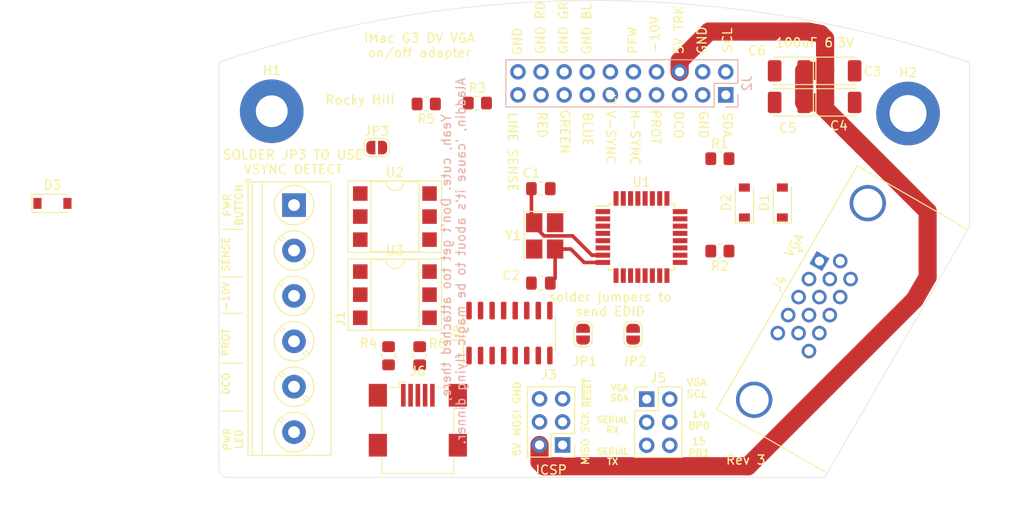
<source format=kicad_pcb>
(kicad_pcb (version 20171130) (host pcbnew 5.1.5+dfsg1-2build2)

  (general
    (thickness 1.6)
    (drawings 57)
    (tracks 32)
    (zones 0)
    (modules 31)
    (nets 39)
  )

  (page A)
  (title_block
    (title "J2o Board")
    (date 2020-03-27)
    (rev 3)
    (comment 3 "initializing the IVAD board and sending an EDID when requested.")
    (comment 4 "Powers atmega328p from J20 connector and from thr VGA connector.")
  )

  (layers
    (0 F.Cu signal)
    (31 B.Cu signal)
    (32 B.Adhes user)
    (33 F.Adhes user)
    (34 B.Paste user)
    (35 F.Paste user)
    (36 B.SilkS user)
    (37 F.SilkS user)
    (38 B.Mask user)
    (39 F.Mask user)
    (40 Dwgs.User user)
    (41 Cmts.User user)
    (42 Eco1.User user)
    (43 Eco2.User user)
    (44 Edge.Cuts user)
    (45 Margin user)
    (46 B.CrtYd user)
    (47 F.CrtYd user)
    (48 B.Fab user)
    (49 F.Fab user)
  )

  (setup
    (last_trace_width 0.4)
    (user_trace_width 0.2)
    (user_trace_width 0.4)
    (user_trace_width 0.5)
    (user_trace_width 2)
    (trace_clearance 0.2)
    (zone_clearance 0.508)
    (zone_45_only no)
    (trace_min 0.2)
    (via_size 0.8)
    (via_drill 0.4)
    (via_min_size 0.4)
    (via_min_drill 0.3)
    (uvia_size 0.3)
    (uvia_drill 0.1)
    (uvias_allowed no)
    (uvia_min_size 0.2)
    (uvia_min_drill 0.1)
    (edge_width 0.05)
    (segment_width 0.2)
    (pcb_text_width 0.3)
    (pcb_text_size 1.5 1.5)
    (mod_edge_width 0.12)
    (mod_text_size 1 1)
    (mod_text_width 0.15)
    (pad_size 7 7)
    (pad_drill 3.5)
    (pad_to_mask_clearance 0.051)
    (solder_mask_min_width 0.25)
    (aux_axis_origin 0 0)
    (grid_origin 190.903 69.9038)
    (visible_elements FFFFFF7F)
    (pcbplotparams
      (layerselection 0x010fc_ffffffff)
      (usegerberextensions false)
      (usegerberattributes false)
      (usegerberadvancedattributes false)
      (creategerberjobfile false)
      (excludeedgelayer true)
      (linewidth 0.100000)
      (plotframeref false)
      (viasonmask false)
      (mode 1)
      (useauxorigin false)
      (hpglpennumber 1)
      (hpglpenspeed 20)
      (hpglpendiameter 15.000000)
      (psnegative false)
      (psa4output false)
      (plotreference true)
      (plotvalue true)
      (plotinvisibletext false)
      (padsonsilk false)
      (subtractmaskfromsilk false)
      (outputformat 1)
      (mirror false)
      (drillshape 0)
      (scaleselection 1)
      (outputdirectory "gerbers/"))
  )

  (net 0 "")
  (net 1 GND)
  (net 2 "Net-(C1-Pad2)")
  (net 3 "Net-(C2-Pad1)")
  (net 4 /RED)
  (net 5 /GREEN)
  (net 6 /BLUE)
  (net 7 /COMPUTER_5V)
  (net 8 /COMPUTER_SDA)
  (net 9 /H_SYNC)
  (net 10 /V_SYNC)
  (net 11 /COMPUTER_SCL)
  (net 12 /IVAD_SDA)
  (net 13 /IVAD_SCL)
  (net 14 /DCO)
  (net 15 /5V_TRICKLE)
  (net 16 /PROT)
  (net 17 /-10V)
  (net 18 /LPIACT:L1_LP)
  (net 19 /LINE_SENSE)
  (net 20 "Net-(D1-Pad1)")
  (net 21 /PWR_BTN)
  (net 22 /MISO)
  (net 23 /SCK)
  (net 24 /MOSI)
  (net 25 /~RESET)
  (net 26 "Net-(J4-Pad12)")
  (net 27 "Net-(J4-Pad15)")
  (net 28 "Net-(R4-Pad2)")
  (net 29 /SERIAL_RX)
  (net 30 /SERIAL_TX)
  (net 31 /PB0)
  (net 32 /PB1)
  (net 33 "Net-(JP3-Pad1)")
  (net 34 "Net-(R5-Pad2)")
  (net 35 "Net-(R6-Pad2)")
  (net 36 /5V_USB)
  (net 37 "Net-(J6-Pad2)")
  (net 38 "Net-(J6-Pad3)")

  (net_class Default "This is the default net class."
    (clearance 0.2)
    (trace_width 0.25)
    (via_dia 0.8)
    (via_drill 0.4)
    (uvia_dia 0.3)
    (uvia_drill 0.1)
    (add_net /-10V)
    (add_net /5V_TRICKLE)
    (add_net /5V_USB)
    (add_net /BLUE)
    (add_net /COMPUTER_5V)
    (add_net /COMPUTER_SCL)
    (add_net /COMPUTER_SDA)
    (add_net /DCO)
    (add_net /GREEN)
    (add_net /H_SYNC)
    (add_net /IVAD_SCL)
    (add_net /IVAD_SDA)
    (add_net /LINE_SENSE)
    (add_net /LPIACT:L1_LP)
    (add_net /MISO)
    (add_net /MOSI)
    (add_net /PB0)
    (add_net /PB1)
    (add_net /PROT)
    (add_net /PWR_BTN)
    (add_net /RED)
    (add_net /SCK)
    (add_net /SERIAL_RX)
    (add_net /SERIAL_TX)
    (add_net /V_SYNC)
    (add_net /~RESET)
    (add_net GND)
    (add_net "Net-(C1-Pad2)")
    (add_net "Net-(C2-Pad1)")
    (add_net "Net-(D1-Pad1)")
    (add_net "Net-(J4-Pad12)")
    (add_net "Net-(J4-Pad15)")
    (add_net "Net-(J6-Pad2)")
    (add_net "Net-(J6-Pad3)")
    (add_net "Net-(JP3-Pad1)")
    (add_net "Net-(R4-Pad2)")
    (add_net "Net-(R5-Pad2)")
    (add_net "Net-(R6-Pad2)")
  )

  (module Connector_PinHeader_2.54mm:PinHeader_2x10_P2.54mm_Vertical (layer B.Cu) (tedit 59FED5CC) (tstamp 5E553E61)
    (at 189.103 68.1038 90)
    (descr "Through hole straight pin header, 2x10, 2.54mm pitch, double rows")
    (tags "Through hole pin header THT 2x10 2.54mm double row")
    (path /5E3F686C)
    (fp_text reference J2 (at 1.27 2.33 -90) (layer B.SilkS)
      (effects (font (size 1 1) (thickness 0.15)) (justify mirror))
    )
    (fp_text value Conn_02x10_Odd_Even (at 1.27 -25.19 -90) (layer B.Fab) hide
      (effects (font (size 1 1) (thickness 0.15)) (justify mirror))
    )
    (fp_text user %R (at 1.27 -11.43) (layer B.Fab)
      (effects (font (size 1 1) (thickness 0.15)) (justify mirror))
    )
    (fp_line (start 4.35 1.8) (end -1.8 1.8) (layer B.CrtYd) (width 0.05))
    (fp_line (start 4.35 -24.65) (end 4.35 1.8) (layer B.CrtYd) (width 0.05))
    (fp_line (start -1.8 -24.65) (end 4.35 -24.65) (layer B.CrtYd) (width 0.05))
    (fp_line (start -1.8 1.8) (end -1.8 -24.65) (layer B.CrtYd) (width 0.05))
    (fp_line (start -1.33 1.33) (end 0 1.33) (layer B.SilkS) (width 0.12))
    (fp_line (start -1.33 0) (end -1.33 1.33) (layer B.SilkS) (width 0.12))
    (fp_line (start 1.27 1.33) (end 3.87 1.33) (layer B.SilkS) (width 0.12))
    (fp_line (start 1.27 -1.27) (end 1.27 1.33) (layer B.SilkS) (width 0.12))
    (fp_line (start -1.33 -1.27) (end 1.27 -1.27) (layer B.SilkS) (width 0.12))
    (fp_line (start 3.87 1.33) (end 3.87 -24.19) (layer B.SilkS) (width 0.12))
    (fp_line (start -1.33 -1.27) (end -1.33 -24.19) (layer B.SilkS) (width 0.12))
    (fp_line (start -1.33 -24.19) (end 3.87 -24.19) (layer B.SilkS) (width 0.12))
    (fp_line (start -1.27 0) (end 0 1.27) (layer B.Fab) (width 0.1))
    (fp_line (start -1.27 -24.13) (end -1.27 0) (layer B.Fab) (width 0.1))
    (fp_line (start 3.81 -24.13) (end -1.27 -24.13) (layer B.Fab) (width 0.1))
    (fp_line (start 3.81 1.27) (end 3.81 -24.13) (layer B.Fab) (width 0.1))
    (fp_line (start 0 1.27) (end 3.81 1.27) (layer B.Fab) (width 0.1))
    (pad 20 thru_hole oval (at 2.54 -22.86 90) (size 1.7 1.7) (drill 1) (layers *.Cu *.Mask)
      (net 1 GND))
    (pad 19 thru_hole oval (at 0 -22.86 90) (size 1.7 1.7) (drill 1) (layers *.Cu *.Mask)
      (net 19 /LINE_SENSE))
    (pad 18 thru_hole oval (at 2.54 -20.32 90) (size 1.7 1.7) (drill 1) (layers *.Cu *.Mask)
      (net 1 GND))
    (pad 17 thru_hole oval (at 0 -20.32 90) (size 1.7 1.7) (drill 1) (layers *.Cu *.Mask)
      (net 4 /RED))
    (pad 16 thru_hole oval (at 2.54 -17.78 90) (size 1.7 1.7) (drill 1) (layers *.Cu *.Mask)
      (net 1 GND))
    (pad 15 thru_hole oval (at 0 -17.78 90) (size 1.7 1.7) (drill 1) (layers *.Cu *.Mask)
      (net 5 /GREEN))
    (pad 14 thru_hole oval (at 2.54 -15.24 90) (size 1.7 1.7) (drill 1) (layers *.Cu *.Mask)
      (net 1 GND))
    (pad 13 thru_hole oval (at 0 -15.24 90) (size 1.7 1.7) (drill 1) (layers *.Cu *.Mask)
      (net 6 /BLUE))
    (pad 12 thru_hole oval (at 2.54 -12.7 90) (size 1.7 1.7) (drill 1) (layers *.Cu *.Mask)
      (net 18 /LPIACT:L1_LP))
    (pad 11 thru_hole oval (at 0 -12.7 90) (size 1.7 1.7) (drill 1) (layers *.Cu *.Mask)
      (net 10 /V_SYNC))
    (pad 10 thru_hole oval (at 2.54 -10.16 90) (size 1.7 1.7) (drill 1) (layers *.Cu *.Mask)
      (net 18 /LPIACT:L1_LP))
    (pad 9 thru_hole oval (at 0 -10.16 90) (size 1.7 1.7) (drill 1) (layers *.Cu *.Mask)
      (net 9 /H_SYNC))
    (pad 8 thru_hole oval (at 2.54 -7.62 90) (size 1.7 1.7) (drill 1) (layers *.Cu *.Mask)
      (net 17 /-10V))
    (pad 7 thru_hole oval (at 0 -7.62 90) (size 1.7 1.7) (drill 1) (layers *.Cu *.Mask)
      (net 16 /PROT))
    (pad 6 thru_hole oval (at 2.54 -5.08 90) (size 1.7 1.7) (drill 1) (layers *.Cu *.Mask)
      (net 15 /5V_TRICKLE))
    (pad 5 thru_hole oval (at 0 -5.08 90) (size 1.7 1.7) (drill 1) (layers *.Cu *.Mask)
      (net 14 /DCO))
    (pad 4 thru_hole oval (at 2.54 -2.54 90) (size 1.7 1.7) (drill 1) (layers *.Cu *.Mask)
      (net 1 GND))
    (pad 3 thru_hole oval (at 0 -2.54 90) (size 1.7 1.7) (drill 1) (layers *.Cu *.Mask)
      (net 1 GND))
    (pad 2 thru_hole oval (at 2.54 0 90) (size 1.7 1.7) (drill 1) (layers *.Cu *.Mask)
      (net 13 /IVAD_SCL))
    (pad 1 thru_hole rect (at 0 0 90) (size 1.7 1.7) (drill 1) (layers *.Cu *.Mask)
      (net 12 /IVAD_SDA))
    (model ${KISYS3DMOD}/Connector_PinHeader_2.54mm.3dshapes/PinHeader_2x10_P2.54mm_Vertical.wrl
      (at (xyz 0 0 0))
      (scale (xyz 1 1 1))
      (rotate (xyz 0 0 0))
    )
  )

  (module MountingHole:MountingHole_3.5mm_Pad (layer F.Cu) (tedit 5E5EE35B) (tstamp 5E5F687E)
    (at 209.153 70.1538)
    (descr "Mounting Hole 3.5mm")
    (tags "mounting hole 3.5mm")
    (path /5E7116D4)
    (attr virtual)
    (fp_text reference H2 (at 0 -4.5) (layer F.SilkS)
      (effects (font (size 1 1) (thickness 0.15)))
    )
    (fp_text value MountingHole_Pad (at 0 4.5) (layer F.Fab) hide
      (effects (font (size 1 1) (thickness 0.15)))
    )
    (fp_circle (center 0 0) (end 3.75 0) (layer F.CrtYd) (width 0.05))
    (fp_circle (center 0 0) (end 3.5 0) (layer Cmts.User) (width 0.15))
    (fp_text user %R (at 0.3 0) (layer F.Fab)
      (effects (font (size 1 1) (thickness 0.15)))
    )
    (pad 1 thru_hole circle (at 0 0) (size 7.000001 7.000001) (drill 4.064) (layers *.Cu *.Mask)
      (net 1 GND))
  )

  (module TerminalBlock_Phoenix:TerminalBlock_Phoenix_PT-1,5-6-5.0-H_1x06_P5.00mm_Horizontal (layer F.Cu) (tedit 5B294F6B) (tstamp 5E7ED95C)
    (at 141.605 80.236 270)
    (descr "Terminal Block Phoenix PT-1,5-6-5.0-H, 6 pins, pitch 5mm, size 30x9mm^2, drill diamater 1.3mm, pad diameter 2.6mm, see http://www.mouser.com/ds/2/324/ItemDetail_1935161-922578.pdf, script-generated using https://github.com/pointhi/kicad-footprint-generator/scripts/TerminalBlock_Phoenix")
    (tags "THT Terminal Block Phoenix PT-1,5-6-5.0-H pitch 5mm size 30x9mm^2 drill 1.3mm pad 2.6mm")
    (path /5E74116A)
    (fp_text reference J1 (at 12.5 -5.06 90) (layer F.SilkS)
      (effects (font (size 1 1) (thickness 0.15)))
    )
    (fp_text value Screw_Terminal_01x06 (at 12.5 6.06 90) (layer F.Fab) hide
      (effects (font (size 1 1) (thickness 0.15)))
    )
    (fp_circle (center 0 0) (end 2 0) (layer F.Fab) (width 0.1))
    (fp_circle (center 0 0) (end 2.18 0) (layer F.SilkS) (width 0.12))
    (fp_circle (center 5 0) (end 7 0) (layer F.Fab) (width 0.1))
    (fp_circle (center 5 0) (end 7.18 0) (layer F.SilkS) (width 0.12))
    (fp_circle (center 10 0) (end 12 0) (layer F.Fab) (width 0.1))
    (fp_circle (center 10 0) (end 12.18 0) (layer F.SilkS) (width 0.12))
    (fp_circle (center 15 0) (end 17 0) (layer F.Fab) (width 0.1))
    (fp_circle (center 15 0) (end 17.18 0) (layer F.SilkS) (width 0.12))
    (fp_circle (center 20 0) (end 22 0) (layer F.Fab) (width 0.1))
    (fp_circle (center 20 0) (end 22.18 0) (layer F.SilkS) (width 0.12))
    (fp_circle (center 25 0) (end 27 0) (layer F.Fab) (width 0.1))
    (fp_circle (center 25 0) (end 27.18 0) (layer F.SilkS) (width 0.12))
    (fp_line (start -2.5 -4) (end 27.5 -4) (layer F.Fab) (width 0.1))
    (fp_line (start 27.5 -4) (end 27.5 5) (layer F.Fab) (width 0.1))
    (fp_line (start 27.5 5) (end -2.1 5) (layer F.Fab) (width 0.1))
    (fp_line (start -2.1 5) (end -2.5 4.6) (layer F.Fab) (width 0.1))
    (fp_line (start -2.5 4.6) (end -2.5 -4) (layer F.Fab) (width 0.1))
    (fp_line (start -2.5 4.6) (end 27.5 4.6) (layer F.Fab) (width 0.1))
    (fp_line (start -2.56 4.6) (end 27.56 4.6) (layer F.SilkS) (width 0.12))
    (fp_line (start -2.5 3.5) (end 27.5 3.5) (layer F.Fab) (width 0.1))
    (fp_line (start -2.56 3.5) (end 27.56 3.5) (layer F.SilkS) (width 0.12))
    (fp_line (start -2.56 -4.06) (end 27.56 -4.06) (layer F.SilkS) (width 0.12))
    (fp_line (start -2.56 5.06) (end 27.56 5.06) (layer F.SilkS) (width 0.12))
    (fp_line (start -2.56 -4.06) (end -2.56 5.06) (layer F.SilkS) (width 0.12))
    (fp_line (start 27.56 -4.06) (end 27.56 5.06) (layer F.SilkS) (width 0.12))
    (fp_line (start 1.517 -1.273) (end -1.273 1.517) (layer F.Fab) (width 0.1))
    (fp_line (start 1.273 -1.517) (end -1.517 1.273) (layer F.Fab) (width 0.1))
    (fp_line (start 1.654 -1.388) (end 1.547 -1.281) (layer F.SilkS) (width 0.12))
    (fp_line (start -1.282 1.547) (end -1.388 1.654) (layer F.SilkS) (width 0.12))
    (fp_line (start 1.388 -1.654) (end 1.281 -1.547) (layer F.SilkS) (width 0.12))
    (fp_line (start -1.548 1.281) (end -1.654 1.388) (layer F.SilkS) (width 0.12))
    (fp_line (start 6.517 -1.273) (end 3.728 1.517) (layer F.Fab) (width 0.1))
    (fp_line (start 6.273 -1.517) (end 3.484 1.273) (layer F.Fab) (width 0.1))
    (fp_line (start 6.654 -1.388) (end 6.259 -0.992) (layer F.SilkS) (width 0.12))
    (fp_line (start 3.993 1.274) (end 3.613 1.654) (layer F.SilkS) (width 0.12))
    (fp_line (start 6.388 -1.654) (end 6.008 -1.274) (layer F.SilkS) (width 0.12))
    (fp_line (start 3.742 0.992) (end 3.347 1.388) (layer F.SilkS) (width 0.12))
    (fp_line (start 11.517 -1.273) (end 8.728 1.517) (layer F.Fab) (width 0.1))
    (fp_line (start 11.273 -1.517) (end 8.484 1.273) (layer F.Fab) (width 0.1))
    (fp_line (start 11.654 -1.388) (end 11.259 -0.992) (layer F.SilkS) (width 0.12))
    (fp_line (start 8.993 1.274) (end 8.613 1.654) (layer F.SilkS) (width 0.12))
    (fp_line (start 11.388 -1.654) (end 11.008 -1.274) (layer F.SilkS) (width 0.12))
    (fp_line (start 8.742 0.992) (end 8.347 1.388) (layer F.SilkS) (width 0.12))
    (fp_line (start 16.517 -1.273) (end 13.728 1.517) (layer F.Fab) (width 0.1))
    (fp_line (start 16.273 -1.517) (end 13.484 1.273) (layer F.Fab) (width 0.1))
    (fp_line (start 16.654 -1.388) (end 16.259 -0.992) (layer F.SilkS) (width 0.12))
    (fp_line (start 13.993 1.274) (end 13.613 1.654) (layer F.SilkS) (width 0.12))
    (fp_line (start 16.388 -1.654) (end 16.008 -1.274) (layer F.SilkS) (width 0.12))
    (fp_line (start 13.742 0.992) (end 13.347 1.388) (layer F.SilkS) (width 0.12))
    (fp_line (start 21.517 -1.273) (end 18.728 1.517) (layer F.Fab) (width 0.1))
    (fp_line (start 21.273 -1.517) (end 18.484 1.273) (layer F.Fab) (width 0.1))
    (fp_line (start 21.654 -1.388) (end 21.259 -0.992) (layer F.SilkS) (width 0.12))
    (fp_line (start 18.993 1.274) (end 18.613 1.654) (layer F.SilkS) (width 0.12))
    (fp_line (start 21.388 -1.654) (end 21.008 -1.274) (layer F.SilkS) (width 0.12))
    (fp_line (start 18.742 0.992) (end 18.347 1.388) (layer F.SilkS) (width 0.12))
    (fp_line (start 26.517 -1.273) (end 23.728 1.517) (layer F.Fab) (width 0.1))
    (fp_line (start 26.273 -1.517) (end 23.484 1.273) (layer F.Fab) (width 0.1))
    (fp_line (start 26.654 -1.388) (end 26.259 -0.992) (layer F.SilkS) (width 0.12))
    (fp_line (start 23.993 1.274) (end 23.613 1.654) (layer F.SilkS) (width 0.12))
    (fp_line (start 26.388 -1.654) (end 26.008 -1.274) (layer F.SilkS) (width 0.12))
    (fp_line (start 23.742 0.992) (end 23.347 1.388) (layer F.SilkS) (width 0.12))
    (fp_line (start -2.8 4.66) (end -2.8 5.3) (layer F.SilkS) (width 0.12))
    (fp_line (start -2.8 5.3) (end -2.4 5.3) (layer F.SilkS) (width 0.12))
    (fp_line (start -3 -4.5) (end -3 5.5) (layer F.CrtYd) (width 0.05))
    (fp_line (start -3 5.5) (end 28 5.5) (layer F.CrtYd) (width 0.05))
    (fp_line (start 28 5.5) (end 28 -4.5) (layer F.CrtYd) (width 0.05))
    (fp_line (start 28 -4.5) (end -3 -4.5) (layer F.CrtYd) (width 0.05))
    (fp_text user %R (at 12.5 2.9 90) (layer F.Fab)
      (effects (font (size 1 1) (thickness 0.15)))
    )
    (pad 1 thru_hole rect (at 0 0 270) (size 2.6 2.6) (drill 1.3) (layers *.Cu *.Mask)
      (net 21 /PWR_BTN))
    (pad 2 thru_hole circle (at 5 0 270) (size 2.6 2.6) (drill 1.3) (layers *.Cu *.Mask)
      (net 19 /LINE_SENSE))
    (pad 3 thru_hole circle (at 10 0 270) (size 2.6 2.6) (drill 1.3) (layers *.Cu *.Mask)
      (net 17 /-10V))
    (pad 4 thru_hole circle (at 15 0 270) (size 2.6 2.6) (drill 1.3) (layers *.Cu *.Mask)
      (net 16 /PROT))
    (pad 5 thru_hole circle (at 20 0 270) (size 2.6 2.6) (drill 1.3) (layers *.Cu *.Mask)
      (net 14 /DCO))
    (pad 6 thru_hole circle (at 25 0 270) (size 2.6 2.6) (drill 1.3) (layers *.Cu *.Mask)
      (net 18 /LPIACT:L1_LP))
    (model ${KISYS3DMOD}/TerminalBlock_Phoenix.3dshapes/TerminalBlock_Phoenix_PT-1,5-6-5.0-H_1x06_P5.00mm_Horizontal.wrl
      (at (xyz 0 0 0))
      (scale (xyz 1 1 1))
      (rotate (xyz 0 0 0))
    )
    (model "${KIPRJMOD}/3d_models/Screw Terminal Block 5mm 6-way.step"
      (offset (xyz 12.5222 0 0.1524))
      (scale (xyz 1 1 1))
      (rotate (xyz -90 0 0))
    )
  )

  (module Jumper:SolderJumper-2_P1.3mm_Open_RoundedPad1.0x1.5mm (layer F.Cu) (tedit 5B391E66) (tstamp 5E5F7086)
    (at 173.403 94.4538 90)
    (descr "SMD Solder Jumper, 1x1.5mm, rounded Pads, 0.3mm gap, open")
    (tags "solder jumper open")
    (path /5E630257)
    (attr virtual)
    (fp_text reference JP1 (at -3 0.175 180) (layer F.SilkS)
      (effects (font (size 1 1) (thickness 0.15)))
    )
    (fp_text value SolderJumper_2_Open (at 0 1.9 90) (layer F.Fab) hide
      (effects (font (size 1 1) (thickness 0.15)))
    )
    (fp_line (start 1.65 1.25) (end -1.65 1.25) (layer F.CrtYd) (width 0.05))
    (fp_line (start 1.65 1.25) (end 1.65 -1.25) (layer F.CrtYd) (width 0.05))
    (fp_line (start -1.65 -1.25) (end -1.65 1.25) (layer F.CrtYd) (width 0.05))
    (fp_line (start -1.65 -1.25) (end 1.65 -1.25) (layer F.CrtYd) (width 0.05))
    (fp_line (start -0.7 -1) (end 0.7 -1) (layer F.SilkS) (width 0.12))
    (fp_line (start 1.4 -0.3) (end 1.4 0.3) (layer F.SilkS) (width 0.12))
    (fp_line (start 0.7 1) (end -0.7 1) (layer F.SilkS) (width 0.12))
    (fp_line (start -1.4 0.3) (end -1.4 -0.3) (layer F.SilkS) (width 0.12))
    (fp_arc (start -0.7 -0.3) (end -0.7 -1) (angle -90) (layer F.SilkS) (width 0.12))
    (fp_arc (start -0.7 0.3) (end -1.4 0.3) (angle -90) (layer F.SilkS) (width 0.12))
    (fp_arc (start 0.7 0.3) (end 0.7 1) (angle -90) (layer F.SilkS) (width 0.12))
    (fp_arc (start 0.7 -0.3) (end 1.4 -0.3) (angle -90) (layer F.SilkS) (width 0.12))
    (pad 2 smd custom (at 0.65 0 90) (size 1 0.5) (layers F.Cu F.Mask)
      (net 8 /COMPUTER_SDA) (zone_connect 2)
      (options (clearance outline) (anchor rect))
      (primitives
        (gr_circle (center 0 0.25) (end 0.5 0.25) (width 0))
        (gr_circle (center 0 -0.25) (end 0.5 -0.25) (width 0))
        (gr_poly (pts
           (xy 0 -0.75) (xy -0.5 -0.75) (xy -0.5 0.75) (xy 0 0.75)) (width 0))
      ))
    (pad 1 smd custom (at -0.65 0 90) (size 1 0.5) (layers F.Cu F.Mask)
      (net 26 "Net-(J4-Pad12)") (zone_connect 2)
      (options (clearance outline) (anchor rect))
      (primitives
        (gr_circle (center 0 0.25) (end 0.5 0.25) (width 0))
        (gr_circle (center 0 -0.25) (end 0.5 -0.25) (width 0))
        (gr_poly (pts
           (xy 0 -0.75) (xy 0.5 -0.75) (xy 0.5 0.75) (xy 0 0.75)) (width 0))
      ))
  )

  (module Jumper:SolderJumper-2_P1.3mm_Open_RoundedPad1.0x1.5mm (layer F.Cu) (tedit 5B391E66) (tstamp 5E5F7098)
    (at 178.903 94.4538 90)
    (descr "SMD Solder Jumper, 1x1.5mm, rounded Pads, 0.3mm gap, open")
    (tags "solder jumper open")
    (path /5E6323A4)
    (attr virtual)
    (fp_text reference JP2 (at -3 0.125 180) (layer F.SilkS)
      (effects (font (size 1 1) (thickness 0.15)))
    )
    (fp_text value SolderJumper_2_Open (at 0 1.9 90) (layer F.Fab) hide
      (effects (font (size 1 1) (thickness 0.15)))
    )
    (fp_arc (start 0.7 -0.3) (end 1.4 -0.3) (angle -90) (layer F.SilkS) (width 0.12))
    (fp_arc (start 0.7 0.3) (end 0.7 1) (angle -90) (layer F.SilkS) (width 0.12))
    (fp_arc (start -0.7 0.3) (end -1.4 0.3) (angle -90) (layer F.SilkS) (width 0.12))
    (fp_arc (start -0.7 -0.3) (end -0.7 -1) (angle -90) (layer F.SilkS) (width 0.12))
    (fp_line (start -1.4 0.3) (end -1.4 -0.3) (layer F.SilkS) (width 0.12))
    (fp_line (start 0.7 1) (end -0.7 1) (layer F.SilkS) (width 0.12))
    (fp_line (start 1.4 -0.3) (end 1.4 0.3) (layer F.SilkS) (width 0.12))
    (fp_line (start -0.7 -1) (end 0.7 -1) (layer F.SilkS) (width 0.12))
    (fp_line (start -1.65 -1.25) (end 1.65 -1.25) (layer F.CrtYd) (width 0.05))
    (fp_line (start -1.65 -1.25) (end -1.65 1.25) (layer F.CrtYd) (width 0.05))
    (fp_line (start 1.65 1.25) (end 1.65 -1.25) (layer F.CrtYd) (width 0.05))
    (fp_line (start 1.65 1.25) (end -1.65 1.25) (layer F.CrtYd) (width 0.05))
    (pad 1 smd custom (at -0.65 0 90) (size 1 0.5) (layers F.Cu F.Mask)
      (net 27 "Net-(J4-Pad15)") (zone_connect 2)
      (options (clearance outline) (anchor rect))
      (primitives
        (gr_circle (center 0 0.25) (end 0.5 0.25) (width 0))
        (gr_circle (center 0 -0.25) (end 0.5 -0.25) (width 0))
        (gr_poly (pts
           (xy 0 -0.75) (xy 0.5 -0.75) (xy 0.5 0.75) (xy 0 0.75)) (width 0))
      ))
    (pad 2 smd custom (at 0.65 0 90) (size 1 0.5) (layers F.Cu F.Mask)
      (net 11 /COMPUTER_SCL) (zone_connect 2)
      (options (clearance outline) (anchor rect))
      (primitives
        (gr_circle (center 0 0.25) (end 0.5 0.25) (width 0))
        (gr_circle (center 0 -0.25) (end 0.5 -0.25) (width 0))
        (gr_poly (pts
           (xy 0 -0.75) (xy -0.5 -0.75) (xy -0.5 0.75) (xy 0 0.75)) (width 0))
      ))
  )

  (module Connector_PinHeader_2.54mm:PinHeader_2x03_P2.54mm_Vertical (layer F.Cu) (tedit 59FED5CC) (tstamp 5E7EC2FB)
    (at 171.153 106.654 180)
    (descr "Through hole straight pin header, 2x03, 2.54mm pitch, double rows")
    (tags "Through hole pin header THT 2x03 2.54mm double row")
    (path /5E95321E)
    (fp_text reference J3 (at 1.5 7.7502) (layer F.SilkS)
      (effects (font (size 1 1) (thickness 0.15)))
    )
    (fp_text value Conn_02x03_Odd_Even (at 1.27 7.41) (layer F.Fab) hide
      (effects (font (size 1 1) (thickness 0.15)))
    )
    (fp_line (start 0 -1.27) (end 3.81 -1.27) (layer F.Fab) (width 0.1))
    (fp_line (start 3.81 -1.27) (end 3.81 6.35) (layer F.Fab) (width 0.1))
    (fp_line (start 3.81 6.35) (end -1.27 6.35) (layer F.Fab) (width 0.1))
    (fp_line (start -1.27 6.35) (end -1.27 0) (layer F.Fab) (width 0.1))
    (fp_line (start -1.27 0) (end 0 -1.27) (layer F.Fab) (width 0.1))
    (fp_line (start -1.33 6.41) (end 3.87 6.41) (layer F.SilkS) (width 0.12))
    (fp_line (start -1.33 1.27) (end -1.33 6.41) (layer F.SilkS) (width 0.12))
    (fp_line (start 3.87 -1.33) (end 3.87 6.41) (layer F.SilkS) (width 0.12))
    (fp_line (start -1.33 1.27) (end 1.27 1.27) (layer F.SilkS) (width 0.12))
    (fp_line (start 1.27 1.27) (end 1.27 -1.33) (layer F.SilkS) (width 0.12))
    (fp_line (start 1.27 -1.33) (end 3.87 -1.33) (layer F.SilkS) (width 0.12))
    (fp_line (start -1.33 0) (end -1.33 -1.33) (layer F.SilkS) (width 0.12))
    (fp_line (start -1.33 -1.33) (end 0 -1.33) (layer F.SilkS) (width 0.12))
    (fp_line (start -1.8 -1.8) (end -1.8 6.85) (layer F.CrtYd) (width 0.05))
    (fp_line (start -1.8 6.85) (end 4.35 6.85) (layer F.CrtYd) (width 0.05))
    (fp_line (start 4.35 6.85) (end 4.35 -1.8) (layer F.CrtYd) (width 0.05))
    (fp_line (start 4.35 -1.8) (end -1.8 -1.8) (layer F.CrtYd) (width 0.05))
    (fp_text user %R (at 1.27 2.54 90) (layer F.Fab)
      (effects (font (size 1 1) (thickness 0.15)))
    )
    (pad 1 thru_hole rect (at 0 0 180) (size 1.7 1.7) (drill 1) (layers *.Cu *.Mask)
      (net 22 /MISO))
    (pad 2 thru_hole oval (at 2.54 0 180) (size 1.7 1.7) (drill 1) (layers *.Cu *.Mask)
      (net 15 /5V_TRICKLE))
    (pad 3 thru_hole oval (at 0 2.54 180) (size 1.7 1.7) (drill 1) (layers *.Cu *.Mask)
      (net 23 /SCK))
    (pad 4 thru_hole oval (at 2.54 2.54 180) (size 1.7 1.7) (drill 1) (layers *.Cu *.Mask)
      (net 24 /MOSI))
    (pad 5 thru_hole oval (at 0 5.08 180) (size 1.7 1.7) (drill 1) (layers *.Cu *.Mask)
      (net 25 /~RESET))
    (pad 6 thru_hole oval (at 2.54 5.08 180) (size 1.7 1.7) (drill 1) (layers *.Cu *.Mask)
      (net 1 GND))
    (model ${KISYS3DMOD}/Connector_PinHeader_2.54mm.3dshapes/PinHeader_2x03_P2.54mm_Vertical.wrl
      (at (xyz 0 0 0))
      (scale (xyz 1 1 1))
      (rotate (xyz 0 0 0))
    )
  )

  (module MountingHole:MountingHole_3.5mm_Pad (layer F.Cu) (tedit 56D1B4CB) (tstamp 5E7EEE75)
    (at 139.153 69.9038)
    (descr "Mounting Hole 3.5mm")
    (tags "mounting hole 3.5mm")
    (path /5E9C8BC5)
    (attr virtual)
    (fp_text reference H1 (at 0 -4.5) (layer F.SilkS)
      (effects (font (size 1 1) (thickness 0.15)))
    )
    (fp_text value MountingHole_Pad (at 0 4.5) (layer F.Fab) hide
      (effects (font (size 1 1) (thickness 0.15)))
    )
    (fp_circle (center 0 0) (end 3.75 0) (layer F.CrtYd) (width 0.05))
    (fp_circle (center 0 0) (end 3.5 0) (layer Cmts.User) (width 0.15))
    (fp_text user %R (at 0.3 0) (layer F.Fab)
      (effects (font (size 1 1) (thickness 0.15)))
    )
    (pad 1 thru_hole circle (at 0 0) (size 7 7) (drill 3.5) (layers *.Cu *.Mask)
      (net 1 GND))
  )

  (module Connector_PinHeader_2.54mm:PinHeader_2x03_P2.54mm_Vertical (layer F.Cu) (tedit 59FED5CC) (tstamp 5E7F07F1)
    (at 180.403 101.604)
    (descr "Through hole straight pin header, 2x03, 2.54mm pitch, double rows")
    (tags "Through hole pin header THT 2x03 2.54mm double row")
    (path /5E9E28CC)
    (fp_text reference J5 (at 1.27 -2.33) (layer F.SilkS)
      (effects (font (size 1 1) (thickness 0.15)))
    )
    (fp_text value Conn_02x03_Odd_Even (at 1.27 7.41) (layer F.Fab) hide
      (effects (font (size 1 1) (thickness 0.15)))
    )
    (fp_line (start 0 -1.27) (end 3.81 -1.27) (layer F.Fab) (width 0.1))
    (fp_line (start 3.81 -1.27) (end 3.81 6.35) (layer F.Fab) (width 0.1))
    (fp_line (start 3.81 6.35) (end -1.27 6.35) (layer F.Fab) (width 0.1))
    (fp_line (start -1.27 6.35) (end -1.27 0) (layer F.Fab) (width 0.1))
    (fp_line (start -1.27 0) (end 0 -1.27) (layer F.Fab) (width 0.1))
    (fp_line (start -1.33 6.41) (end 3.87 6.41) (layer F.SilkS) (width 0.12))
    (fp_line (start -1.33 1.27) (end -1.33 6.41) (layer F.SilkS) (width 0.12))
    (fp_line (start 3.87 -1.33) (end 3.87 6.41) (layer F.SilkS) (width 0.12))
    (fp_line (start -1.33 1.27) (end 1.27 1.27) (layer F.SilkS) (width 0.12))
    (fp_line (start 1.27 1.27) (end 1.27 -1.33) (layer F.SilkS) (width 0.12))
    (fp_line (start 1.27 -1.33) (end 3.87 -1.33) (layer F.SilkS) (width 0.12))
    (fp_line (start -1.33 0) (end -1.33 -1.33) (layer F.SilkS) (width 0.12))
    (fp_line (start -1.33 -1.33) (end 0 -1.33) (layer F.SilkS) (width 0.12))
    (fp_line (start -1.8 -1.8) (end -1.8 6.85) (layer F.CrtYd) (width 0.05))
    (fp_line (start -1.8 6.85) (end 4.35 6.85) (layer F.CrtYd) (width 0.05))
    (fp_line (start 4.35 6.85) (end 4.35 -1.8) (layer F.CrtYd) (width 0.05))
    (fp_line (start 4.35 -1.8) (end -1.8 -1.8) (layer F.CrtYd) (width 0.05))
    (fp_text user %R (at 1.27 2.54 90) (layer F.Fab)
      (effects (font (size 1 1) (thickness 0.15)))
    )
    (pad 1 thru_hole rect (at 0 0) (size 1.7 1.7) (drill 1) (layers *.Cu *.Mask)
      (net 8 /COMPUTER_SDA))
    (pad 2 thru_hole oval (at 2.54 0) (size 1.7 1.7) (drill 1) (layers *.Cu *.Mask)
      (net 11 /COMPUTER_SCL))
    (pad 3 thru_hole oval (at 0 2.54) (size 1.7 1.7) (drill 1) (layers *.Cu *.Mask)
      (net 29 /SERIAL_RX))
    (pad 4 thru_hole oval (at 2.54 2.54) (size 1.7 1.7) (drill 1) (layers *.Cu *.Mask)
      (net 31 /PB0))
    (pad 5 thru_hole oval (at 0 5.08) (size 1.7 1.7) (drill 1) (layers *.Cu *.Mask)
      (net 30 /SERIAL_TX))
    (pad 6 thru_hole oval (at 2.54 5.08) (size 1.7 1.7) (drill 1) (layers *.Cu *.Mask)
      (net 32 /PB1))
    (model ${KISYS3DMOD}/Connector_PinHeader_2.54mm.3dshapes/PinHeader_2x03_P2.54mm_Vertical.wrl
      (at (xyz 0 0 0))
      (scale (xyz 1 1 1))
      (rotate (xyz 0 0 0))
    )
  )

  (module Connector_Dsub:DSUB-15-HD_Female_Horizontal_P2.29x1.98mm_EdgePinOffset8.35mm_Housed_MountingHolesOffset10.89mm (layer F.Cu) (tedit 59FEDEE2) (tstamp 5E7F467D)
    (at 199.403 86.4038 60)
    (descr "15-pin D-Sub connector, horizontal/angled (90 deg), THT-mount, female, pitch 2.29x1.98mm, pin-PCB-offset 8.35mm, distance of mounting holes 25mm, distance of mounting holes to PCB edge 10.889999999999999mm, see https://disti-assets.s3.amazonaws.com/tonar/files/datasheets/16730.pdf")
    (tags "15-pin D-Sub connector horizontal angled 90deg THT female pitch 2.29x1.98mm pin-PCB-offset 8.35mm mounting-holes-distance 25mm mounting-hole-offset 25mm")
    (path /5E3B898B)
    (fp_text reference J4 (at -4.315 -2.58 60) (layer F.SilkS)
      (effects (font (size 1 1) (thickness 0.15)))
    )
    (fp_text value DB15_Female_HighDensity (at -4.315 20.21 60) (layer F.Fab)
      (effects (font (size 1 1) (thickness 0.15)))
    )
    (fp_arc (start -16.815 1.42) (end -18.415 1.42) (angle 180) (layer F.Fab) (width 0.1))
    (fp_arc (start 8.185 1.42) (end 6.585 1.42) (angle 180) (layer F.Fab) (width 0.1))
    (fp_line (start -19.74 -1.58) (end -19.74 12.31) (layer F.Fab) (width 0.1))
    (fp_line (start -19.74 12.31) (end 11.11 12.31) (layer F.Fab) (width 0.1))
    (fp_line (start 11.11 12.31) (end 11.11 -1.58) (layer F.Fab) (width 0.1))
    (fp_line (start 11.11 -1.58) (end -19.74 -1.58) (layer F.Fab) (width 0.1))
    (fp_line (start -19.74 12.31) (end -19.74 12.71) (layer F.Fab) (width 0.1))
    (fp_line (start -19.74 12.71) (end 11.11 12.71) (layer F.Fab) (width 0.1))
    (fp_line (start 11.11 12.71) (end 11.11 12.31) (layer F.Fab) (width 0.1))
    (fp_line (start 11.11 12.31) (end -19.74 12.31) (layer F.Fab) (width 0.1))
    (fp_line (start -12.465 12.71) (end -12.465 18.71) (layer F.Fab) (width 0.1))
    (fp_line (start -12.465 18.71) (end 3.835 18.71) (layer F.Fab) (width 0.1))
    (fp_line (start 3.835 18.71) (end 3.835 12.71) (layer F.Fab) (width 0.1))
    (fp_line (start 3.835 12.71) (end -12.465 12.71) (layer F.Fab) (width 0.1))
    (fp_line (start -19.315 12.71) (end -19.315 17.71) (layer F.Fab) (width 0.1))
    (fp_line (start -19.315 17.71) (end -14.315 17.71) (layer F.Fab) (width 0.1))
    (fp_line (start -14.315 17.71) (end -14.315 12.71) (layer F.Fab) (width 0.1))
    (fp_line (start -14.315 12.71) (end -19.315 12.71) (layer F.Fab) (width 0.1))
    (fp_line (start 5.685 12.71) (end 5.685 17.71) (layer F.Fab) (width 0.1))
    (fp_line (start 5.685 17.71) (end 10.685 17.71) (layer F.Fab) (width 0.1))
    (fp_line (start 10.685 17.71) (end 10.685 12.71) (layer F.Fab) (width 0.1))
    (fp_line (start 10.685 12.71) (end 5.685 12.71) (layer F.Fab) (width 0.1))
    (fp_line (start -18.415 12.31) (end -18.415 1.42) (layer F.Fab) (width 0.1))
    (fp_line (start -15.215 12.31) (end -15.215 1.42) (layer F.Fab) (width 0.1))
    (fp_line (start 6.585 12.31) (end 6.585 1.42) (layer F.Fab) (width 0.1))
    (fp_line (start 9.785 12.31) (end 9.785 1.42) (layer F.Fab) (width 0.1))
    (fp_line (start -19.8 12.25) (end -19.8 -1.64) (layer F.SilkS) (width 0.12))
    (fp_line (start -19.8 -1.64) (end 11.17 -1.64) (layer F.SilkS) (width 0.12))
    (fp_line (start 11.17 -1.64) (end 11.17 12.25) (layer F.SilkS) (width 0.12))
    (fp_line (start -0.25 -2.534338) (end 0.25 -2.534338) (layer F.SilkS) (width 0.12))
    (fp_line (start 0.25 -2.534338) (end 0 -2.101325) (layer F.SilkS) (width 0.12))
    (fp_line (start 0 -2.101325) (end -0.25 -2.534338) (layer F.SilkS) (width 0.12))
    (fp_line (start -20.25 -2.1) (end -20.25 19.25) (layer F.CrtYd) (width 0.05))
    (fp_line (start -20.25 19.25) (end 11.65 19.25) (layer F.CrtYd) (width 0.05))
    (fp_line (start 11.65 19.25) (end 11.65 -2.1) (layer F.CrtYd) (width 0.05))
    (fp_line (start 11.65 -2.1) (end -20.25 -2.1) (layer F.CrtYd) (width 0.05))
    (fp_text user %R (at -4.315 15.71 60) (layer F.Fab)
      (effects (font (size 1 1) (thickness 0.15)))
    )
    (pad 1 thru_hole rect (at 0 0 60) (size 1.6 1.6) (drill 1) (layers *.Cu *.Mask)
      (net 4 /RED))
    (pad 2 thru_hole circle (at -2.29 0 60) (size 1.6 1.6) (drill 1) (layers *.Cu *.Mask)
      (net 5 /GREEN))
    (pad 3 thru_hole circle (at -4.58 0 60) (size 1.6 1.6) (drill 1) (layers *.Cu *.Mask)
      (net 6 /BLUE))
    (pad 4 thru_hole circle (at -6.87 0 60) (size 1.6 1.6) (drill 1) (layers *.Cu *.Mask))
    (pad 5 thru_hole circle (at -9.16 0 60) (size 1.6 1.6) (drill 1) (layers *.Cu *.Mask)
      (net 1 GND))
    (pad 6 thru_hole circle (at 1.145 1.98 60) (size 1.6 1.6) (drill 1) (layers *.Cu *.Mask)
      (net 1 GND))
    (pad 7 thru_hole circle (at -1.145 1.98 60) (size 1.6 1.6) (drill 1) (layers *.Cu *.Mask)
      (net 1 GND))
    (pad 8 thru_hole circle (at -3.435 1.98 60) (size 1.6 1.6) (drill 1) (layers *.Cu *.Mask)
      (net 1 GND))
    (pad 9 thru_hole circle (at -5.725 1.98 60) (size 1.6 1.6) (drill 1) (layers *.Cu *.Mask)
      (net 7 /COMPUTER_5V))
    (pad 10 thru_hole circle (at -8.015 1.98 60) (size 1.6 1.6) (drill 1) (layers *.Cu *.Mask)
      (net 1 GND))
    (pad 11 thru_hole circle (at 0 3.96 60) (size 1.6 1.6) (drill 1) (layers *.Cu *.Mask))
    (pad 12 thru_hole circle (at -2.29 3.96 60) (size 1.6 1.6) (drill 1) (layers *.Cu *.Mask)
      (net 26 "Net-(J4-Pad12)"))
    (pad 13 thru_hole circle (at -4.58 3.96 60) (size 1.6 1.6) (drill 1) (layers *.Cu *.Mask)
      (net 9 /H_SYNC))
    (pad 14 thru_hole circle (at -6.87 3.96 60) (size 1.6 1.6) (drill 1) (layers *.Cu *.Mask)
      (net 10 /V_SYNC))
    (pad 15 thru_hole circle (at -9.16 3.96 60) (size 1.6 1.6) (drill 1) (layers *.Cu *.Mask)
      (net 27 "Net-(J4-Pad15)"))
    (pad 0 thru_hole circle (at -16.815 1.42 60) (size 4 4) (drill 3.2) (layers *.Cu *.Mask))
    (pad 0 thru_hole circle (at 8.185 1.42 60) (size 4 4) (drill 3.2) (layers *.Cu *.Mask))
    (model ${KISYS3DMOD}/Connector_Dsub.3dshapes/DSUB-15-HD_Female_Horizontal_P2.29x1.98mm_EdgePinOffset8.35mm_Housed_MountingHolesOffset10.89mm.wrl
      (at (xyz 0 0 0))
      (scale (xyz 1 1 1))
      (rotate (xyz 0 0 0))
    )
  )

  (module Jumper:SolderJumper-2_P1.3mm_Open_RoundedPad1.0x1.5mm (layer F.Cu) (tedit 5B391E66) (tstamp 5E991428)
    (at 150.703 73.9038)
    (descr "SMD Solder Jumper, 1x1.5mm, rounded Pads, 0.3mm gap, open")
    (tags "solder jumper open")
    (path /5E9A08C1)
    (attr virtual)
    (fp_text reference JP3 (at 0 -1.8) (layer F.SilkS)
      (effects (font (size 1 1) (thickness 0.15)))
    )
    (fp_text value SolderJumper_2_Open (at 0 1.9) (layer F.Fab) hide
      (effects (font (size 1 1) (thickness 0.15)))
    )
    (fp_arc (start 0.7 -0.3) (end 1.4 -0.3) (angle -90) (layer F.SilkS) (width 0.12))
    (fp_arc (start 0.7 0.3) (end 0.7 1) (angle -90) (layer F.SilkS) (width 0.12))
    (fp_arc (start -0.7 0.3) (end -1.4 0.3) (angle -90) (layer F.SilkS) (width 0.12))
    (fp_arc (start -0.7 -0.3) (end -0.7 -1) (angle -90) (layer F.SilkS) (width 0.12))
    (fp_line (start -1.4 0.3) (end -1.4 -0.3) (layer F.SilkS) (width 0.12))
    (fp_line (start 0.7 1) (end -0.7 1) (layer F.SilkS) (width 0.12))
    (fp_line (start 1.4 -0.3) (end 1.4 0.3) (layer F.SilkS) (width 0.12))
    (fp_line (start -0.7 -1) (end 0.7 -1) (layer F.SilkS) (width 0.12))
    (fp_line (start -1.65 -1.25) (end 1.65 -1.25) (layer F.CrtYd) (width 0.05))
    (fp_line (start -1.65 -1.25) (end -1.65 1.25) (layer F.CrtYd) (width 0.05))
    (fp_line (start 1.65 1.25) (end 1.65 -1.25) (layer F.CrtYd) (width 0.05))
    (fp_line (start 1.65 1.25) (end -1.65 1.25) (layer F.CrtYd) (width 0.05))
    (pad 1 smd custom (at -0.65 0) (size 1 0.5) (layers F.Cu F.Mask)
      (net 33 "Net-(JP3-Pad1)") (zone_connect 2)
      (options (clearance outline) (anchor rect))
      (primitives
        (gr_circle (center 0 0.25) (end 0.5 0.25) (width 0))
        (gr_circle (center 0 -0.25) (end 0.5 -0.25) (width 0))
        (gr_poly (pts
           (xy 0 -0.75) (xy 0.5 -0.75) (xy 0.5 0.75) (xy 0 0.75)) (width 0))
      ))
    (pad 2 smd custom (at 0.65 0) (size 1 0.5) (layers F.Cu F.Mask)
      (net 10 /V_SYNC) (zone_connect 2)
      (options (clearance outline) (anchor rect))
      (primitives
        (gr_circle (center 0 0.25) (end 0.5 0.25) (width 0))
        (gr_circle (center 0 -0.25) (end 0.5 -0.25) (width 0))
        (gr_poly (pts
           (xy 0 -0.75) (xy -0.5 -0.75) (xy -0.5 0.75) (xy 0 0.75)) (width 0))
      ))
  )

  (module Capacitor_SMD:C_0805_2012Metric_Pad1.18x1.45mm_HandSolder (layer F.Cu) (tedit 5F68FEEF) (tstamp 61AEF82A)
    (at 168.758 78.4288 180)
    (descr "Capacitor SMD 0805 (2012 Metric), square (rectangular) end terminal, IPC_7351 nominal with elongated pad for handsoldering. (Body size source: IPC-SM-782 page 76, https://www.pcb-3d.com/wordpress/wp-content/uploads/ipc-sm-782a_amendment_1_and_2.pdf, https://docs.google.com/spreadsheets/d/1BsfQQcO9C6DZCsRaXUlFlo91Tg2WpOkGARC1WS5S8t0/edit?usp=sharing), generated with kicad-footprint-generator")
    (tags "capacitor handsolder")
    (path /5E39D342)
    (attr smd)
    (fp_text reference C1 (at 1.03 1.725) (layer F.SilkS)
      (effects (font (size 1 1) (thickness 0.15)))
    )
    (fp_text value 22pF (at -1.845 1.7) (layer F.Fab)
      (effects (font (size 1 1) (thickness 0.15)))
    )
    (fp_text user %R (at 0 0) (layer F.Fab)
      (effects (font (size 0.5 0.5) (thickness 0.08)))
    )
    (fp_line (start 1.88 0.98) (end -1.88 0.98) (layer F.CrtYd) (width 0.05))
    (fp_line (start 1.88 -0.98) (end 1.88 0.98) (layer F.CrtYd) (width 0.05))
    (fp_line (start -1.88 -0.98) (end 1.88 -0.98) (layer F.CrtYd) (width 0.05))
    (fp_line (start -1.88 0.98) (end -1.88 -0.98) (layer F.CrtYd) (width 0.05))
    (fp_line (start -0.261252 0.735) (end 0.261252 0.735) (layer F.SilkS) (width 0.12))
    (fp_line (start -0.261252 -0.735) (end 0.261252 -0.735) (layer F.SilkS) (width 0.12))
    (fp_line (start 1 0.625) (end -1 0.625) (layer F.Fab) (width 0.1))
    (fp_line (start 1 -0.625) (end 1 0.625) (layer F.Fab) (width 0.1))
    (fp_line (start -1 -0.625) (end 1 -0.625) (layer F.Fab) (width 0.1))
    (fp_line (start -1 0.625) (end -1 -0.625) (layer F.Fab) (width 0.1))
    (pad 2 smd roundrect (at 1.0375 0 180) (size 1.175 1.45) (layers F.Cu F.Paste F.Mask) (roundrect_rratio 0.212766)
      (net 2 "Net-(C1-Pad2)"))
    (pad 1 smd roundrect (at -1.0375 0 180) (size 1.175 1.45) (layers F.Cu F.Paste F.Mask) (roundrect_rratio 0.212766)
      (net 1 GND))
    (model ${KISYS3DMOD}/Capacitor_SMD.3dshapes/C_0805_2012Metric.wrl
      (at (xyz 0 0 0))
      (scale (xyz 1 1 1))
      (rotate (xyz 0 0 0))
    )
  )

  (module Capacitor_SMD:C_0805_2012Metric_Pad1.18x1.45mm_HandSolder (layer F.Cu) (tedit 5F68FEEF) (tstamp 61AEF7F7)
    (at 168.758 88.8288 180)
    (descr "Capacitor SMD 0805 (2012 Metric), square (rectangular) end terminal, IPC_7351 nominal with elongated pad for handsoldering. (Body size source: IPC-SM-782 page 76, https://www.pcb-3d.com/wordpress/wp-content/uploads/ipc-sm-782a_amendment_1_and_2.pdf, https://docs.google.com/spreadsheets/d/1BsfQQcO9C6DZCsRaXUlFlo91Tg2WpOkGARC1WS5S8t0/edit?usp=sharing), generated with kicad-footprint-generator")
    (tags "capacitor handsolder")
    (path /5EA0EC6A)
    (attr smd)
    (fp_text reference C2 (at 3.255 0.85) (layer F.SilkS)
      (effects (font (size 1 1) (thickness 0.15)))
    )
    (fp_text value 22pF (at 3.605 -0.575) (layer F.Fab)
      (effects (font (size 1 1) (thickness 0.15)))
    )
    (fp_line (start -1 0.625) (end -1 -0.625) (layer F.Fab) (width 0.1))
    (fp_line (start -1 -0.625) (end 1 -0.625) (layer F.Fab) (width 0.1))
    (fp_line (start 1 -0.625) (end 1 0.625) (layer F.Fab) (width 0.1))
    (fp_line (start 1 0.625) (end -1 0.625) (layer F.Fab) (width 0.1))
    (fp_line (start -0.261252 -0.735) (end 0.261252 -0.735) (layer F.SilkS) (width 0.12))
    (fp_line (start -0.261252 0.735) (end 0.261252 0.735) (layer F.SilkS) (width 0.12))
    (fp_line (start -1.88 0.98) (end -1.88 -0.98) (layer F.CrtYd) (width 0.05))
    (fp_line (start -1.88 -0.98) (end 1.88 -0.98) (layer F.CrtYd) (width 0.05))
    (fp_line (start 1.88 -0.98) (end 1.88 0.98) (layer F.CrtYd) (width 0.05))
    (fp_line (start 1.88 0.98) (end -1.88 0.98) (layer F.CrtYd) (width 0.05))
    (fp_text user %R (at 0 0) (layer F.Fab)
      (effects (font (size 0.5 0.5) (thickness 0.08)))
    )
    (pad 1 smd roundrect (at -1.0375 0 180) (size 1.175 1.45) (layers F.Cu F.Paste F.Mask) (roundrect_rratio 0.212766)
      (net 3 "Net-(C2-Pad1)"))
    (pad 2 smd roundrect (at 1.0375 0 180) (size 1.175 1.45) (layers F.Cu F.Paste F.Mask) (roundrect_rratio 0.212766)
      (net 1 GND))
    (model ${KISYS3DMOD}/Capacitor_SMD.3dshapes/C_0805_2012Metric.wrl
      (at (xyz 0 0 0))
      (scale (xyz 1 1 1))
      (rotate (xyz 0 0 0))
    )
  )

  (module Capacitor_Tantalum_SMD:CP_EIA-3528-21_Kemet-B_Pad1.50x2.35mm_HandSolder (layer F.Cu) (tedit 5EBA9318) (tstamp 61AEE957)
    (at 201.653 65.4538)
    (descr "Tantalum Capacitor SMD Kemet-B (3528-21 Metric), IPC_7351 nominal, (Body size from: http://www.kemet.com/Lists/ProductCatalog/Attachments/253/KEM_TC101_STD.pdf), generated with kicad-footprint-generator")
    (tags "capacitor tantalum")
    (path /5E5FB13C)
    (attr smd)
    (fp_text reference C3 (at 3.6 0.075) (layer F.SilkS)
      (effects (font (size 1 1) (thickness 0.15)))
    )
    (fp_text value "100uF 6.3V" (at 6.925 -1.075) (layer F.Fab) hide
      (effects (font (size 1 1) (thickness 0.15)))
    )
    (fp_line (start 1.75 -1.4) (end -1.05 -1.4) (layer F.Fab) (width 0.1))
    (fp_line (start -1.05 -1.4) (end -1.75 -0.7) (layer F.Fab) (width 0.1))
    (fp_line (start -1.75 -0.7) (end -1.75 1.4) (layer F.Fab) (width 0.1))
    (fp_line (start -1.75 1.4) (end 1.75 1.4) (layer F.Fab) (width 0.1))
    (fp_line (start 1.75 1.4) (end 1.75 -1.4) (layer F.Fab) (width 0.1))
    (fp_line (start 1.75 -1.51) (end -2.635 -1.51) (layer F.SilkS) (width 0.12))
    (fp_line (start -2.635 -1.51) (end -2.635 1.51) (layer F.SilkS) (width 0.12))
    (fp_line (start -2.635 1.51) (end 1.75 1.51) (layer F.SilkS) (width 0.12))
    (fp_line (start -2.62 1.65) (end -2.62 -1.65) (layer F.CrtYd) (width 0.05))
    (fp_line (start -2.62 -1.65) (end 2.62 -1.65) (layer F.CrtYd) (width 0.05))
    (fp_line (start 2.62 -1.65) (end 2.62 1.65) (layer F.CrtYd) (width 0.05))
    (fp_line (start 2.62 1.65) (end -2.62 1.65) (layer F.CrtYd) (width 0.05))
    (fp_text user %R (at 0 0) (layer F.Fab)
      (effects (font (size 0.88 0.88) (thickness 0.13)))
    )
    (pad 1 smd roundrect (at -1.625 0) (size 1.5 2.35) (layers F.Cu F.Paste F.Mask) (roundrect_rratio 0.166667)
      (net 15 /5V_TRICKLE))
    (pad 2 smd roundrect (at 1.625 0) (size 1.5 2.35) (layers F.Cu F.Paste F.Mask) (roundrect_rratio 0.166667)
      (net 1 GND))
    (model ${KISYS3DMOD}/Capacitor_Tantalum_SMD.3dshapes/CP_EIA-3528-21_Kemet-B.wrl
      (at (xyz 0 0 0))
      (scale (xyz 1 1 1))
      (rotate (xyz 0 0 0))
    )
  )

  (module Capacitor_Tantalum_SMD:CP_EIA-3528-21_Kemet-B_Pad1.50x2.35mm_HandSolder (layer F.Cu) (tedit 5EBA9318) (tstamp 61AEF080)
    (at 201.653 68.9288)
    (descr "Tantalum Capacitor SMD Kemet-B (3528-21 Metric), IPC_7351 nominal, (Body size from: http://www.kemet.com/Lists/ProductCatalog/Attachments/253/KEM_TC101_STD.pdf), generated with kicad-footprint-generator")
    (tags "capacitor tantalum")
    (path /61C38E12)
    (attr smd)
    (fp_text reference C4 (at -0.1 2.575) (layer F.SilkS)
      (effects (font (size 1 1) (thickness 0.15)))
    )
    (fp_text value "100uF 6.3V" (at 6.9 -1.225) (layer F.Fab) hide
      (effects (font (size 1 1) (thickness 0.15)))
    )
    (fp_text user %R (at 0 0) (layer F.Fab)
      (effects (font (size 0.88 0.88) (thickness 0.13)))
    )
    (fp_line (start 2.62 1.65) (end -2.62 1.65) (layer F.CrtYd) (width 0.05))
    (fp_line (start 2.62 -1.65) (end 2.62 1.65) (layer F.CrtYd) (width 0.05))
    (fp_line (start -2.62 -1.65) (end 2.62 -1.65) (layer F.CrtYd) (width 0.05))
    (fp_line (start -2.62 1.65) (end -2.62 -1.65) (layer F.CrtYd) (width 0.05))
    (fp_line (start -2.635 1.51) (end 1.75 1.51) (layer F.SilkS) (width 0.12))
    (fp_line (start -2.635 -1.51) (end -2.635 1.51) (layer F.SilkS) (width 0.12))
    (fp_line (start 1.75 -1.51) (end -2.635 -1.51) (layer F.SilkS) (width 0.12))
    (fp_line (start 1.75 1.4) (end 1.75 -1.4) (layer F.Fab) (width 0.1))
    (fp_line (start -1.75 1.4) (end 1.75 1.4) (layer F.Fab) (width 0.1))
    (fp_line (start -1.75 -0.7) (end -1.75 1.4) (layer F.Fab) (width 0.1))
    (fp_line (start -1.05 -1.4) (end -1.75 -0.7) (layer F.Fab) (width 0.1))
    (fp_line (start 1.75 -1.4) (end -1.05 -1.4) (layer F.Fab) (width 0.1))
    (pad 2 smd roundrect (at 1.625 0) (size 1.5 2.35) (layers F.Cu F.Paste F.Mask) (roundrect_rratio 0.166667)
      (net 1 GND))
    (pad 1 smd roundrect (at -1.625 0) (size 1.5 2.35) (layers F.Cu F.Paste F.Mask) (roundrect_rratio 0.166667)
      (net 15 /5V_TRICKLE))
    (model ${KISYS3DMOD}/Capacitor_Tantalum_SMD.3dshapes/CP_EIA-3528-21_Kemet-B.wrl
      (at (xyz 0 0 0))
      (scale (xyz 1 1 1))
      (rotate (xyz 0 0 0))
    )
  )

  (module Capacitor_Tantalum_SMD:CP_EIA-3528-21_Kemet-B_Pad1.50x2.35mm_HandSolder (layer F.Cu) (tedit 5EBA9318) (tstamp 61AEF04A)
    (at 196.103 68.9288 180)
    (descr "Tantalum Capacitor SMD Kemet-B (3528-21 Metric), IPC_7351 nominal, (Body size from: http://www.kemet.com/Lists/ProductCatalog/Attachments/253/KEM_TC101_STD.pdf), generated with kicad-footprint-generator")
    (tags "capacitor tantalum")
    (path /61C39219)
    (attr smd)
    (fp_text reference C5 (at 0.175 -2.825) (layer F.SilkS)
      (effects (font (size 1 1) (thickness 0.15)))
    )
    (fp_text value "100uF 6.3V" (at 6.95 -1.1) (layer F.Fab) hide
      (effects (font (size 1 1) (thickness 0.15)))
    )
    (fp_line (start 1.75 -1.4) (end -1.05 -1.4) (layer F.Fab) (width 0.1))
    (fp_line (start -1.05 -1.4) (end -1.75 -0.7) (layer F.Fab) (width 0.1))
    (fp_line (start -1.75 -0.7) (end -1.75 1.4) (layer F.Fab) (width 0.1))
    (fp_line (start -1.75 1.4) (end 1.75 1.4) (layer F.Fab) (width 0.1))
    (fp_line (start 1.75 1.4) (end 1.75 -1.4) (layer F.Fab) (width 0.1))
    (fp_line (start 1.75 -1.51) (end -2.635 -1.51) (layer F.SilkS) (width 0.12))
    (fp_line (start -2.635 -1.51) (end -2.635 1.51) (layer F.SilkS) (width 0.12))
    (fp_line (start -2.635 1.51) (end 1.75 1.51) (layer F.SilkS) (width 0.12))
    (fp_line (start -2.62 1.65) (end -2.62 -1.65) (layer F.CrtYd) (width 0.05))
    (fp_line (start -2.62 -1.65) (end 2.62 -1.65) (layer F.CrtYd) (width 0.05))
    (fp_line (start 2.62 -1.65) (end 2.62 1.65) (layer F.CrtYd) (width 0.05))
    (fp_line (start 2.62 1.65) (end -2.62 1.65) (layer F.CrtYd) (width 0.05))
    (fp_text user %R (at 0 0) (layer F.Fab)
      (effects (font (size 0.88 0.88) (thickness 0.13)))
    )
    (pad 1 smd roundrect (at -1.625 0 180) (size 1.5 2.35) (layers F.Cu F.Paste F.Mask) (roundrect_rratio 0.166667)
      (net 15 /5V_TRICKLE))
    (pad 2 smd roundrect (at 1.625 0 180) (size 1.5 2.35) (layers F.Cu F.Paste F.Mask) (roundrect_rratio 0.166667)
      (net 1 GND))
    (model ${KISYS3DMOD}/Capacitor_Tantalum_SMD.3dshapes/CP_EIA-3528-21_Kemet-B.wrl
      (at (xyz 0 0 0))
      (scale (xyz 1 1 1))
      (rotate (xyz 0 0 0))
    )
  )

  (module Capacitor_Tantalum_SMD:CP_EIA-3528-21_Kemet-B_Pad1.50x2.35mm_HandSolder (layer F.Cu) (tedit 5EBA9318) (tstamp 61AEE921)
    (at 196.103 65.4538 180)
    (descr "Tantalum Capacitor SMD Kemet-B (3528-21 Metric), IPC_7351 nominal, (Body size from: http://www.kemet.com/Lists/ProductCatalog/Attachments/253/KEM_TC101_STD.pdf), generated with kicad-footprint-generator")
    (tags "capacitor tantalum")
    (path /61C3966A)
    (attr smd)
    (fp_text reference C6 (at 3.575 2.225) (layer F.SilkS)
      (effects (font (size 1 1) (thickness 0.15)))
    )
    (fp_text value "100uF 6.3V" (at -2.775 3.1) (layer F.SilkS)
      (effects (font (size 1 1) (thickness 0.15)))
    )
    (fp_text user %R (at 0 0) (layer F.Fab)
      (effects (font (size 0.88 0.88) (thickness 0.13)))
    )
    (fp_line (start 2.62 1.65) (end -2.62 1.65) (layer F.CrtYd) (width 0.05))
    (fp_line (start 2.62 -1.65) (end 2.62 1.65) (layer F.CrtYd) (width 0.05))
    (fp_line (start -2.62 -1.65) (end 2.62 -1.65) (layer F.CrtYd) (width 0.05))
    (fp_line (start -2.62 1.65) (end -2.62 -1.65) (layer F.CrtYd) (width 0.05))
    (fp_line (start -2.635 1.51) (end 1.75 1.51) (layer F.SilkS) (width 0.12))
    (fp_line (start -2.635 -1.51) (end -2.635 1.51) (layer F.SilkS) (width 0.12))
    (fp_line (start 1.75 -1.51) (end -2.635 -1.51) (layer F.SilkS) (width 0.12))
    (fp_line (start 1.75 1.4) (end 1.75 -1.4) (layer F.Fab) (width 0.1))
    (fp_line (start -1.75 1.4) (end 1.75 1.4) (layer F.Fab) (width 0.1))
    (fp_line (start -1.75 -0.7) (end -1.75 1.4) (layer F.Fab) (width 0.1))
    (fp_line (start -1.05 -1.4) (end -1.75 -0.7) (layer F.Fab) (width 0.1))
    (fp_line (start 1.75 -1.4) (end -1.05 -1.4) (layer F.Fab) (width 0.1))
    (pad 2 smd roundrect (at 1.625 0 180) (size 1.5 2.35) (layers F.Cu F.Paste F.Mask) (roundrect_rratio 0.166667)
      (net 1 GND))
    (pad 1 smd roundrect (at -1.625 0 180) (size 1.5 2.35) (layers F.Cu F.Paste F.Mask) (roundrect_rratio 0.166667)
      (net 15 /5V_TRICKLE))
    (model ${KISYS3DMOD}/Capacitor_Tantalum_SMD.3dshapes/CP_EIA-3528-21_Kemet-B.wrl
      (at (xyz 0 0 0))
      (scale (xyz 1 1 1))
      (rotate (xyz 0 0 0))
    )
  )

  (module Diode_SMD:D_SOD-123 (layer F.Cu) (tedit 58645DC7) (tstamp 61AEB36E)
    (at 195.328 79.9538 90)
    (descr SOD-123)
    (tags SOD-123)
    (path /5E621824)
    (attr smd)
    (fp_text reference D1 (at 0 -2 90) (layer F.SilkS)
      (effects (font (size 1 1) (thickness 0.15)))
    )
    (fp_text value D_Schottky_ALT (at 0 2.1 90) (layer F.Fab) hide
      (effects (font (size 1 1) (thickness 0.15)))
    )
    (fp_line (start -2.25 -1) (end 1.65 -1) (layer F.SilkS) (width 0.12))
    (fp_line (start -2.25 1) (end 1.65 1) (layer F.SilkS) (width 0.12))
    (fp_line (start -2.35 -1.15) (end -2.35 1.15) (layer F.CrtYd) (width 0.05))
    (fp_line (start 2.35 1.15) (end -2.35 1.15) (layer F.CrtYd) (width 0.05))
    (fp_line (start 2.35 -1.15) (end 2.35 1.15) (layer F.CrtYd) (width 0.05))
    (fp_line (start -2.35 -1.15) (end 2.35 -1.15) (layer F.CrtYd) (width 0.05))
    (fp_line (start -1.4 -0.9) (end 1.4 -0.9) (layer F.Fab) (width 0.1))
    (fp_line (start 1.4 -0.9) (end 1.4 0.9) (layer F.Fab) (width 0.1))
    (fp_line (start 1.4 0.9) (end -1.4 0.9) (layer F.Fab) (width 0.1))
    (fp_line (start -1.4 0.9) (end -1.4 -0.9) (layer F.Fab) (width 0.1))
    (fp_line (start -0.75 0) (end -0.35 0) (layer F.Fab) (width 0.1))
    (fp_line (start -0.35 0) (end -0.35 -0.55) (layer F.Fab) (width 0.1))
    (fp_line (start -0.35 0) (end -0.35 0.55) (layer F.Fab) (width 0.1))
    (fp_line (start -0.35 0) (end 0.25 -0.4) (layer F.Fab) (width 0.1))
    (fp_line (start 0.25 -0.4) (end 0.25 0.4) (layer F.Fab) (width 0.1))
    (fp_line (start 0.25 0.4) (end -0.35 0) (layer F.Fab) (width 0.1))
    (fp_line (start 0.25 0) (end 0.75 0) (layer F.Fab) (width 0.1))
    (fp_line (start -2.25 -1) (end -2.25 1) (layer F.SilkS) (width 0.12))
    (fp_text user %R (at 0 -2 90) (layer F.Fab)
      (effects (font (size 1 1) (thickness 0.15)))
    )
    (pad 2 smd rect (at 1.65 0 90) (size 0.9 1.2) (layers F.Cu F.Paste F.Mask)
      (net 15 /5V_TRICKLE))
    (pad 1 smd rect (at -1.65 0 90) (size 0.9 1.2) (layers F.Cu F.Paste F.Mask)
      (net 20 "Net-(D1-Pad1)"))
    (model ${KISYS3DMOD}/Diode_SMD.3dshapes/D_SOD-123.wrl
      (at (xyz 0 0 0))
      (scale (xyz 1 1 1))
      (rotate (xyz 0 0 0))
    )
  )

  (module Diode_SMD:D_SOD-123 (layer F.Cu) (tedit 58645DC7) (tstamp 61AEB386)
    (at 191.153 79.9538 90)
    (descr SOD-123)
    (tags SOD-123)
    (path /5E621F90)
    (attr smd)
    (fp_text reference D2 (at 0 -2 90) (layer F.SilkS)
      (effects (font (size 1 1) (thickness 0.15)))
    )
    (fp_text value D_Schottky_ALT (at 0 2.1 90) (layer F.Fab) hide
      (effects (font (size 1 1) (thickness 0.15)))
    )
    (fp_text user %R (at 0 -2 90) (layer F.Fab)
      (effects (font (size 1 1) (thickness 0.15)))
    )
    (fp_line (start -2.25 -1) (end -2.25 1) (layer F.SilkS) (width 0.12))
    (fp_line (start 0.25 0) (end 0.75 0) (layer F.Fab) (width 0.1))
    (fp_line (start 0.25 0.4) (end -0.35 0) (layer F.Fab) (width 0.1))
    (fp_line (start 0.25 -0.4) (end 0.25 0.4) (layer F.Fab) (width 0.1))
    (fp_line (start -0.35 0) (end 0.25 -0.4) (layer F.Fab) (width 0.1))
    (fp_line (start -0.35 0) (end -0.35 0.55) (layer F.Fab) (width 0.1))
    (fp_line (start -0.35 0) (end -0.35 -0.55) (layer F.Fab) (width 0.1))
    (fp_line (start -0.75 0) (end -0.35 0) (layer F.Fab) (width 0.1))
    (fp_line (start -1.4 0.9) (end -1.4 -0.9) (layer F.Fab) (width 0.1))
    (fp_line (start 1.4 0.9) (end -1.4 0.9) (layer F.Fab) (width 0.1))
    (fp_line (start 1.4 -0.9) (end 1.4 0.9) (layer F.Fab) (width 0.1))
    (fp_line (start -1.4 -0.9) (end 1.4 -0.9) (layer F.Fab) (width 0.1))
    (fp_line (start -2.35 -1.15) (end 2.35 -1.15) (layer F.CrtYd) (width 0.05))
    (fp_line (start 2.35 -1.15) (end 2.35 1.15) (layer F.CrtYd) (width 0.05))
    (fp_line (start 2.35 1.15) (end -2.35 1.15) (layer F.CrtYd) (width 0.05))
    (fp_line (start -2.35 -1.15) (end -2.35 1.15) (layer F.CrtYd) (width 0.05))
    (fp_line (start -2.25 1) (end 1.65 1) (layer F.SilkS) (width 0.12))
    (fp_line (start -2.25 -1) (end 1.65 -1) (layer F.SilkS) (width 0.12))
    (pad 1 smd rect (at -1.65 0 90) (size 0.9 1.2) (layers F.Cu F.Paste F.Mask)
      (net 20 "Net-(D1-Pad1)"))
    (pad 2 smd rect (at 1.65 0 90) (size 0.9 1.2) (layers F.Cu F.Paste F.Mask)
      (net 7 /COMPUTER_5V))
    (model ${KISYS3DMOD}/Diode_SMD.3dshapes/D_SOD-123.wrl
      (at (xyz 0 0 0))
      (scale (xyz 1 1 1))
      (rotate (xyz 0 0 0))
    )
  )

  (module Resistor_SMD:R_0805_2012Metric_Pad1.20x1.40mm_HandSolder (layer F.Cu) (tedit 5F68FEEE) (tstamp 61AEB39E)
    (at 188.453 75.1288)
    (descr "Resistor SMD 0805 (2012 Metric), square (rectangular) end terminal, IPC_7351 nominal with elongated pad for handsoldering. (Body size source: IPC-SM-782 page 72, https://www.pcb-3d.com/wordpress/wp-content/uploads/ipc-sm-782a_amendment_1_and_2.pdf), generated with kicad-footprint-generator")
    (tags "resistor handsolder")
    (path /5E723C5A)
    (attr smd)
    (fp_text reference R1 (at 0 -1.65) (layer F.SilkS)
      (effects (font (size 1 1) (thickness 0.15)))
    )
    (fp_text value 10k (at 0 1.65) (layer F.Fab)
      (effects (font (size 1 1) (thickness 0.15)))
    )
    (fp_line (start -1 0.625) (end -1 -0.625) (layer F.Fab) (width 0.1))
    (fp_line (start -1 -0.625) (end 1 -0.625) (layer F.Fab) (width 0.1))
    (fp_line (start 1 -0.625) (end 1 0.625) (layer F.Fab) (width 0.1))
    (fp_line (start 1 0.625) (end -1 0.625) (layer F.Fab) (width 0.1))
    (fp_line (start -0.227064 -0.735) (end 0.227064 -0.735) (layer F.SilkS) (width 0.12))
    (fp_line (start -0.227064 0.735) (end 0.227064 0.735) (layer F.SilkS) (width 0.12))
    (fp_line (start -1.85 0.95) (end -1.85 -0.95) (layer F.CrtYd) (width 0.05))
    (fp_line (start -1.85 -0.95) (end 1.85 -0.95) (layer F.CrtYd) (width 0.05))
    (fp_line (start 1.85 -0.95) (end 1.85 0.95) (layer F.CrtYd) (width 0.05))
    (fp_line (start 1.85 0.95) (end -1.85 0.95) (layer F.CrtYd) (width 0.05))
    (fp_text user %R (at 0 0) (layer F.Fab)
      (effects (font (size 0.5 0.5) (thickness 0.08)))
    )
    (pad 1 smd roundrect (at -1 0) (size 1.2 1.4) (layers F.Cu F.Paste F.Mask) (roundrect_rratio 0.208333)
      (net 21 /PWR_BTN))
    (pad 2 smd roundrect (at 1 0) (size 1.2 1.4) (layers F.Cu F.Paste F.Mask) (roundrect_rratio 0.208333)
      (net 15 /5V_TRICKLE))
    (model ${KISYS3DMOD}/Resistor_SMD.3dshapes/R_0805_2012Metric.wrl
      (at (xyz 0 0 0))
      (scale (xyz 1 1 1))
      (rotate (xyz 0 0 0))
    )
  )

  (module Resistor_SMD:R_0805_2012Metric_Pad1.20x1.40mm_HandSolder (layer F.Cu) (tedit 5F68FEEE) (tstamp 61AEB3AE)
    (at 188.453 85.3038 180)
    (descr "Resistor SMD 0805 (2012 Metric), square (rectangular) end terminal, IPC_7351 nominal with elongated pad for handsoldering. (Body size source: IPC-SM-782 page 72, https://www.pcb-3d.com/wordpress/wp-content/uploads/ipc-sm-782a_amendment_1_and_2.pdf), generated with kicad-footprint-generator")
    (tags "resistor handsolder")
    (path /5E80ECB2)
    (attr smd)
    (fp_text reference R2 (at 0 -1.65) (layer F.SilkS)
      (effects (font (size 1 1) (thickness 0.15)))
    )
    (fp_text value 10k (at 0 1.65) (layer F.Fab)
      (effects (font (size 1 1) (thickness 0.15)))
    )
    (fp_line (start -1 0.625) (end -1 -0.625) (layer F.Fab) (width 0.1))
    (fp_line (start -1 -0.625) (end 1 -0.625) (layer F.Fab) (width 0.1))
    (fp_line (start 1 -0.625) (end 1 0.625) (layer F.Fab) (width 0.1))
    (fp_line (start 1 0.625) (end -1 0.625) (layer F.Fab) (width 0.1))
    (fp_line (start -0.227064 -0.735) (end 0.227064 -0.735) (layer F.SilkS) (width 0.12))
    (fp_line (start -0.227064 0.735) (end 0.227064 0.735) (layer F.SilkS) (width 0.12))
    (fp_line (start -1.85 0.95) (end -1.85 -0.95) (layer F.CrtYd) (width 0.05))
    (fp_line (start -1.85 -0.95) (end 1.85 -0.95) (layer F.CrtYd) (width 0.05))
    (fp_line (start 1.85 -0.95) (end 1.85 0.95) (layer F.CrtYd) (width 0.05))
    (fp_line (start 1.85 0.95) (end -1.85 0.95) (layer F.CrtYd) (width 0.05))
    (fp_text user %R (at 0 0) (layer F.Fab)
      (effects (font (size 0.5 0.5) (thickness 0.08)))
    )
    (pad 1 smd roundrect (at -1 0 180) (size 1.2 1.4) (layers F.Cu F.Paste F.Mask) (roundrect_rratio 0.208333)
      (net 1 GND))
    (pad 2 smd roundrect (at 1 0 180) (size 1.2 1.4) (layers F.Cu F.Paste F.Mask) (roundrect_rratio 0.208333)
      (net 16 /PROT))
    (model ${KISYS3DMOD}/Resistor_SMD.3dshapes/R_0805_2012Metric.wrl
      (at (xyz 0 0 0))
      (scale (xyz 1 1 1))
      (rotate (xyz 0 0 0))
    )
  )

  (module Resistor_SMD:R_0805_2012Metric_Pad1.20x1.40mm_HandSolder (layer F.Cu) (tedit 5F68FEEE) (tstamp 61AEB3BE)
    (at 161.778 69.0038)
    (descr "Resistor SMD 0805 (2012 Metric), square (rectangular) end terminal, IPC_7351 nominal with elongated pad for handsoldering. (Body size source: IPC-SM-782 page 72, https://www.pcb-3d.com/wordpress/wp-content/uploads/ipc-sm-782a_amendment_1_and_2.pdf), generated with kicad-footprint-generator")
    (tags "resistor handsolder")
    (path /5E810630)
    (attr smd)
    (fp_text reference R3 (at 0 -1.65) (layer F.SilkS)
      (effects (font (size 1 1) (thickness 0.15)))
    )
    (fp_text value 10k (at 0 1.65) (layer F.Fab)
      (effects (font (size 1 1) (thickness 0.15)))
    )
    (fp_text user %R (at 0 0) (layer F.Fab)
      (effects (font (size 0.5 0.5) (thickness 0.08)))
    )
    (fp_line (start 1.85 0.95) (end -1.85 0.95) (layer F.CrtYd) (width 0.05))
    (fp_line (start 1.85 -0.95) (end 1.85 0.95) (layer F.CrtYd) (width 0.05))
    (fp_line (start -1.85 -0.95) (end 1.85 -0.95) (layer F.CrtYd) (width 0.05))
    (fp_line (start -1.85 0.95) (end -1.85 -0.95) (layer F.CrtYd) (width 0.05))
    (fp_line (start -0.227064 0.735) (end 0.227064 0.735) (layer F.SilkS) (width 0.12))
    (fp_line (start -0.227064 -0.735) (end 0.227064 -0.735) (layer F.SilkS) (width 0.12))
    (fp_line (start 1 0.625) (end -1 0.625) (layer F.Fab) (width 0.1))
    (fp_line (start 1 -0.625) (end 1 0.625) (layer F.Fab) (width 0.1))
    (fp_line (start -1 -0.625) (end 1 -0.625) (layer F.Fab) (width 0.1))
    (fp_line (start -1 0.625) (end -1 -0.625) (layer F.Fab) (width 0.1))
    (pad 2 smd roundrect (at 1 0) (size 1.2 1.4) (layers F.Cu F.Paste F.Mask) (roundrect_rratio 0.208333)
      (net 25 /~RESET))
    (pad 1 smd roundrect (at -1 0) (size 1.2 1.4) (layers F.Cu F.Paste F.Mask) (roundrect_rratio 0.208333)
      (net 15 /5V_TRICKLE))
    (model ${KISYS3DMOD}/Resistor_SMD.3dshapes/R_0805_2012Metric.wrl
      (at (xyz 0 0 0))
      (scale (xyz 1 1 1))
      (rotate (xyz 0 0 0))
    )
  )

  (module Resistor_SMD:R_0805_2012Metric_Pad1.20x1.40mm_HandSolder (layer F.Cu) (tedit 5F68FEEE) (tstamp 61AEB3CE)
    (at 152.003 96.8288 90)
    (descr "Resistor SMD 0805 (2012 Metric), square (rectangular) end terminal, IPC_7351 nominal with elongated pad for handsoldering. (Body size source: IPC-SM-782 page 72, https://www.pcb-3d.com/wordpress/wp-content/uploads/ipc-sm-782a_amendment_1_and_2.pdf), generated with kicad-footprint-generator")
    (tags "resistor handsolder")
    (path /5E5FAFCC)
    (attr smd)
    (fp_text reference R4 (at 1.375 -2.2 180) (layer F.SilkS)
      (effects (font (size 1 1) (thickness 0.15)))
    )
    (fp_text value 220 (at -1.425 -2.425 180) (layer F.Fab)
      (effects (font (size 1 1) (thickness 0.15)))
    )
    (fp_text user %R (at 0 0 90) (layer F.Fab)
      (effects (font (size 0.5 0.5) (thickness 0.08)))
    )
    (fp_line (start 1.85 0.95) (end -1.85 0.95) (layer F.CrtYd) (width 0.05))
    (fp_line (start 1.85 -0.95) (end 1.85 0.95) (layer F.CrtYd) (width 0.05))
    (fp_line (start -1.85 -0.95) (end 1.85 -0.95) (layer F.CrtYd) (width 0.05))
    (fp_line (start -1.85 0.95) (end -1.85 -0.95) (layer F.CrtYd) (width 0.05))
    (fp_line (start -0.227064 0.735) (end 0.227064 0.735) (layer F.SilkS) (width 0.12))
    (fp_line (start -0.227064 -0.735) (end 0.227064 -0.735) (layer F.SilkS) (width 0.12))
    (fp_line (start 1 0.625) (end -1 0.625) (layer F.Fab) (width 0.1))
    (fp_line (start 1 -0.625) (end 1 0.625) (layer F.Fab) (width 0.1))
    (fp_line (start -1 -0.625) (end 1 -0.625) (layer F.Fab) (width 0.1))
    (fp_line (start -1 0.625) (end -1 -0.625) (layer F.Fab) (width 0.1))
    (pad 2 smd roundrect (at 1 0 90) (size 1.2 1.4) (layers F.Cu F.Paste F.Mask) (roundrect_rratio 0.208333)
      (net 28 "Net-(R4-Pad2)"))
    (pad 1 smd roundrect (at -1 0 90) (size 1.2 1.4) (layers F.Cu F.Paste F.Mask) (roundrect_rratio 0.208333)
      (net 1 GND))
    (model ${KISYS3DMOD}/Resistor_SMD.3dshapes/R_0805_2012Metric.wrl
      (at (xyz 0 0 0))
      (scale (xyz 1 1 1))
      (rotate (xyz 0 0 0))
    )
  )

  (module Resistor_SMD:R_0805_2012Metric_Pad1.20x1.40mm_HandSolder (layer F.Cu) (tedit 5F68FEEE) (tstamp 61AEB3EE)
    (at 156.153 69.1038 180)
    (descr "Resistor SMD 0805 (2012 Metric), square (rectangular) end terminal, IPC_7351 nominal with elongated pad for handsoldering. (Body size source: IPC-SM-782 page 72, https://www.pcb-3d.com/wordpress/wp-content/uploads/ipc-sm-782a_amendment_1_and_2.pdf), generated with kicad-footprint-generator")
    (tags "resistor handsolder")
    (path /61BF961D)
    (attr smd)
    (fp_text reference R5 (at 0 -1.65) (layer F.SilkS)
      (effects (font (size 1 1) (thickness 0.15)))
    )
    (fp_text value 220 (at 0 1.65) (layer F.Fab)
      (effects (font (size 1 1) (thickness 0.15)))
    )
    (fp_text user %R (at 0 0) (layer F.Fab)
      (effects (font (size 0.5 0.5) (thickness 0.08)))
    )
    (fp_line (start 1.85 0.95) (end -1.85 0.95) (layer F.CrtYd) (width 0.05))
    (fp_line (start 1.85 -0.95) (end 1.85 0.95) (layer F.CrtYd) (width 0.05))
    (fp_line (start -1.85 -0.95) (end 1.85 -0.95) (layer F.CrtYd) (width 0.05))
    (fp_line (start -1.85 0.95) (end -1.85 -0.95) (layer F.CrtYd) (width 0.05))
    (fp_line (start -0.227064 0.735) (end 0.227064 0.735) (layer F.SilkS) (width 0.12))
    (fp_line (start -0.227064 -0.735) (end 0.227064 -0.735) (layer F.SilkS) (width 0.12))
    (fp_line (start 1 0.625) (end -1 0.625) (layer F.Fab) (width 0.1))
    (fp_line (start 1 -0.625) (end 1 0.625) (layer F.Fab) (width 0.1))
    (fp_line (start -1 -0.625) (end 1 -0.625) (layer F.Fab) (width 0.1))
    (fp_line (start -1 0.625) (end -1 -0.625) (layer F.Fab) (width 0.1))
    (pad 2 smd roundrect (at 1 0 180) (size 1.2 1.4) (layers F.Cu F.Paste F.Mask) (roundrect_rratio 0.208333)
      (net 34 "Net-(R5-Pad2)"))
    (pad 1 smd roundrect (at -1 0 180) (size 1.2 1.4) (layers F.Cu F.Paste F.Mask) (roundrect_rratio 0.208333)
      (net 15 /5V_TRICKLE))
    (model ${KISYS3DMOD}/Resistor_SMD.3dshapes/R_0805_2012Metric.wrl
      (at (xyz 0 0 0))
      (scale (xyz 1 1 1))
      (rotate (xyz 0 0 0))
    )
  )

  (module Resistor_SMD:R_0805_2012Metric_Pad1.20x1.40mm_HandSolder (layer F.Cu) (tedit 5F68FEEE) (tstamp 61AEB3FF)
    (at 155.428 96.8288 90)
    (descr "Resistor SMD 0805 (2012 Metric), square (rectangular) end terminal, IPC_7351 nominal with elongated pad for handsoldering. (Body size source: IPC-SM-782 page 72, https://www.pcb-3d.com/wordpress/wp-content/uploads/ipc-sm-782a_amendment_1_and_2.pdf), generated with kicad-footprint-generator")
    (tags "resistor handsolder")
    (path /61C22880)
    (attr smd)
    (fp_text reference R6 (at 1.35 1.975 180) (layer F.SilkS)
      (effects (font (size 1 1) (thickness 0.15)))
    )
    (fp_text value 10k (at -1.375 2.375 180) (layer F.Fab)
      (effects (font (size 1 1) (thickness 0.15)))
    )
    (fp_line (start -1 0.625) (end -1 -0.625) (layer F.Fab) (width 0.1))
    (fp_line (start -1 -0.625) (end 1 -0.625) (layer F.Fab) (width 0.1))
    (fp_line (start 1 -0.625) (end 1 0.625) (layer F.Fab) (width 0.1))
    (fp_line (start 1 0.625) (end -1 0.625) (layer F.Fab) (width 0.1))
    (fp_line (start -0.227064 -0.735) (end 0.227064 -0.735) (layer F.SilkS) (width 0.12))
    (fp_line (start -0.227064 0.735) (end 0.227064 0.735) (layer F.SilkS) (width 0.12))
    (fp_line (start -1.85 0.95) (end -1.85 -0.95) (layer F.CrtYd) (width 0.05))
    (fp_line (start -1.85 -0.95) (end 1.85 -0.95) (layer F.CrtYd) (width 0.05))
    (fp_line (start 1.85 -0.95) (end 1.85 0.95) (layer F.CrtYd) (width 0.05))
    (fp_line (start 1.85 0.95) (end -1.85 0.95) (layer F.CrtYd) (width 0.05))
    (fp_text user %R (at 0 0 90) (layer F.Fab)
      (effects (font (size 0.5 0.5) (thickness 0.08)))
    )
    (pad 1 smd roundrect (at -1 0 90) (size 1.2 1.4) (layers F.Cu F.Paste F.Mask) (roundrect_rratio 0.208333)
      (net 1 GND))
    (pad 2 smd roundrect (at 1 0 90) (size 1.2 1.4) (layers F.Cu F.Paste F.Mask) (roundrect_rratio 0.208333)
      (net 35 "Net-(R6-Pad2)"))
    (model ${KISYS3DMOD}/Resistor_SMD.3dshapes/R_0805_2012Metric.wrl
      (at (xyz 0 0 0))
      (scale (xyz 1 1 1))
      (rotate (xyz 0 0 0))
    )
  )

  (module Package_QFP:TQFP-32_7x7mm_P0.8mm (layer F.Cu) (tedit 5A02F146) (tstamp 61AEB436)
    (at 179.828 83.7538)
    (descr "32-Lead Plastic Thin Quad Flatpack (PT) - 7x7x1.0 mm Body, 2.00 mm [TQFP] (see Microchip Packaging Specification 00000049BS.pdf)")
    (tags "QFP 0.8")
    (path /61ADE917)
    (attr smd)
    (fp_text reference U1 (at 0 -6.05) (layer F.SilkS)
      (effects (font (size 1 1) (thickness 0.15)))
    )
    (fp_text value ATmega328P-AU (at 0 6.05) (layer F.Fab) hide
      (effects (font (size 1 1) (thickness 0.15)))
    )
    (fp_text user %R (at 0 0) (layer F.Fab)
      (effects (font (size 1 1) (thickness 0.15)))
    )
    (fp_line (start -2.5 -3.5) (end 3.5 -3.5) (layer F.Fab) (width 0.15))
    (fp_line (start 3.5 -3.5) (end 3.5 3.5) (layer F.Fab) (width 0.15))
    (fp_line (start 3.5 3.5) (end -3.5 3.5) (layer F.Fab) (width 0.15))
    (fp_line (start -3.5 3.5) (end -3.5 -2.5) (layer F.Fab) (width 0.15))
    (fp_line (start -3.5 -2.5) (end -2.5 -3.5) (layer F.Fab) (width 0.15))
    (fp_line (start -5.3 -5.3) (end -5.3 5.3) (layer F.CrtYd) (width 0.05))
    (fp_line (start 5.3 -5.3) (end 5.3 5.3) (layer F.CrtYd) (width 0.05))
    (fp_line (start -5.3 -5.3) (end 5.3 -5.3) (layer F.CrtYd) (width 0.05))
    (fp_line (start -5.3 5.3) (end 5.3 5.3) (layer F.CrtYd) (width 0.05))
    (fp_line (start -3.625 -3.625) (end -3.625 -3.4) (layer F.SilkS) (width 0.15))
    (fp_line (start 3.625 -3.625) (end 3.625 -3.3) (layer F.SilkS) (width 0.15))
    (fp_line (start 3.625 3.625) (end 3.625 3.3) (layer F.SilkS) (width 0.15))
    (fp_line (start -3.625 3.625) (end -3.625 3.3) (layer F.SilkS) (width 0.15))
    (fp_line (start -3.625 -3.625) (end -3.3 -3.625) (layer F.SilkS) (width 0.15))
    (fp_line (start -3.625 3.625) (end -3.3 3.625) (layer F.SilkS) (width 0.15))
    (fp_line (start 3.625 3.625) (end 3.3 3.625) (layer F.SilkS) (width 0.15))
    (fp_line (start 3.625 -3.625) (end 3.3 -3.625) (layer F.SilkS) (width 0.15))
    (fp_line (start -3.625 -3.4) (end -5.05 -3.4) (layer F.SilkS) (width 0.15))
    (pad 1 smd rect (at -4.25 -2.8) (size 1.6 0.55) (layers F.Cu F.Paste F.Mask)
      (net 21 /PWR_BTN))
    (pad 2 smd rect (at -4.25 -2) (size 1.6 0.55) (layers F.Cu F.Paste F.Mask)
      (net 12 /IVAD_SDA))
    (pad 3 smd rect (at -4.25 -1.2) (size 1.6 0.55) (layers F.Cu F.Paste F.Mask)
      (net 1 GND))
    (pad 4 smd rect (at -4.25 -0.4) (size 1.6 0.55) (layers F.Cu F.Paste F.Mask)
      (net 20 "Net-(D1-Pad1)"))
    (pad 5 smd rect (at -4.25 0.4) (size 1.6 0.55) (layers F.Cu F.Paste F.Mask)
      (net 1 GND))
    (pad 6 smd rect (at -4.25 1.2) (size 1.6 0.55) (layers F.Cu F.Paste F.Mask)
      (net 20 "Net-(D1-Pad1)"))
    (pad 7 smd rect (at -4.25 2) (size 1.6 0.55) (layers F.Cu F.Paste F.Mask)
      (net 2 "Net-(C1-Pad2)"))
    (pad 8 smd rect (at -4.25 2.8) (size 1.6 0.55) (layers F.Cu F.Paste F.Mask)
      (net 3 "Net-(C2-Pad1)"))
    (pad 9 smd rect (at -2.8 4.25 90) (size 1.6 0.55) (layers F.Cu F.Paste F.Mask)
      (net 13 /IVAD_SCL))
    (pad 10 smd rect (at -2 4.25 90) (size 1.6 0.55) (layers F.Cu F.Paste F.Mask))
    (pad 11 smd rect (at -1.2 4.25 90) (size 1.6 0.55) (layers F.Cu F.Paste F.Mask)
      (net 35 "Net-(R6-Pad2)"))
    (pad 12 smd rect (at -0.4 4.25 90) (size 1.6 0.55) (layers F.Cu F.Paste F.Mask)
      (net 31 /PB0))
    (pad 13 smd rect (at 0.4 4.25 90) (size 1.6 0.55) (layers F.Cu F.Paste F.Mask)
      (net 32 /PB1))
    (pad 14 smd rect (at 1.2 4.25 90) (size 1.6 0.55) (layers F.Cu F.Paste F.Mask)
      (net 33 "Net-(JP3-Pad1)"))
    (pad 15 smd rect (at 2 4.25 90) (size 1.6 0.55) (layers F.Cu F.Paste F.Mask)
      (net 24 /MOSI))
    (pad 16 smd rect (at 2.8 4.25 90) (size 1.6 0.55) (layers F.Cu F.Paste F.Mask)
      (net 22 /MISO))
    (pad 17 smd rect (at 4.25 2.8) (size 1.6 0.55) (layers F.Cu F.Paste F.Mask)
      (net 23 /SCK))
    (pad 18 smd rect (at 4.25 2) (size 1.6 0.55) (layers F.Cu F.Paste F.Mask)
      (net 20 "Net-(D1-Pad1)"))
    (pad 19 smd rect (at 4.25 1.2) (size 1.6 0.55) (layers F.Cu F.Paste F.Mask))
    (pad 20 smd rect (at 4.25 0.4) (size 1.6 0.55) (layers F.Cu F.Paste F.Mask))
    (pad 21 smd rect (at 4.25 -0.4) (size 1.6 0.55) (layers F.Cu F.Paste F.Mask)
      (net 1 GND))
    (pad 22 smd rect (at 4.25 -1.2) (size 1.6 0.55) (layers F.Cu F.Paste F.Mask))
    (pad 23 smd rect (at 4.25 -2) (size 1.6 0.55) (layers F.Cu F.Paste F.Mask))
    (pad 24 smd rect (at 4.25 -2.8) (size 1.6 0.55) (layers F.Cu F.Paste F.Mask))
    (pad 25 smd rect (at 2.8 -4.25 90) (size 1.6 0.55) (layers F.Cu F.Paste F.Mask))
    (pad 26 smd rect (at 2 -4.25 90) (size 1.6 0.55) (layers F.Cu F.Paste F.Mask))
    (pad 27 smd rect (at 1.2 -4.25 90) (size 1.6 0.55) (layers F.Cu F.Paste F.Mask)
      (net 8 /COMPUTER_SDA))
    (pad 28 smd rect (at 0.4 -4.25 90) (size 1.6 0.55) (layers F.Cu F.Paste F.Mask)
      (net 11 /COMPUTER_SCL))
    (pad 29 smd rect (at -0.4 -4.25 90) (size 1.6 0.55) (layers F.Cu F.Paste F.Mask)
      (net 25 /~RESET))
    (pad 30 smd rect (at -1.2 -4.25 90) (size 1.6 0.55) (layers F.Cu F.Paste F.Mask)
      (net 29 /SERIAL_RX))
    (pad 31 smd rect (at -2 -4.25 90) (size 1.6 0.55) (layers F.Cu F.Paste F.Mask)
      (net 30 /SERIAL_TX))
    (pad 32 smd rect (at -2.8 -4.25 90) (size 1.6 0.55) (layers F.Cu F.Paste F.Mask))
    (model ${KISYS3DMOD}/Package_QFP.3dshapes/TQFP-32_7x7mm_P0.8mm.wrl
      (at (xyz 0 0 0))
      (scale (xyz 1 1 1))
      (rotate (xyz 0 0 0))
    )
  )

  (module Package_DIP:DIP-6_W7.62mm_SMDSocket_SmallPads (layer F.Cu) (tedit 5A02E8C5) (tstamp 61AEB458)
    (at 152.703 81.5038)
    (descr "6-lead though-hole mounted DIP package, row spacing 7.62 mm (300 mils), SMDSocket, SmallPads")
    (tags "THT DIP DIL PDIP 2.54mm 7.62mm 300mil SMDSocket SmallPads")
    (path /61BAF2D0)
    (attr smd)
    (fp_text reference U2 (at 0 -4.87) (layer F.SilkS)
      (effects (font (size 1 1) (thickness 0.15)))
    )
    (fp_text value CPC1972GSTR (at 0 4.87) (layer F.Fab) hide
      (effects (font (size 1 1) (thickness 0.15)))
    )
    (fp_text user %R (at 0 0) (layer F.Fab)
      (effects (font (size 1 1) (thickness 0.15)))
    )
    (fp_line (start 5.35 -4.15) (end -5.35 -4.15) (layer F.CrtYd) (width 0.05))
    (fp_line (start 5.35 4.15) (end 5.35 -4.15) (layer F.CrtYd) (width 0.05))
    (fp_line (start -5.35 4.15) (end 5.35 4.15) (layer F.CrtYd) (width 0.05))
    (fp_line (start -5.35 -4.15) (end -5.35 4.15) (layer F.CrtYd) (width 0.05))
    (fp_line (start 5.14 -3.93) (end -5.14 -3.93) (layer F.SilkS) (width 0.12))
    (fp_line (start 5.14 3.93) (end 5.14 -3.93) (layer F.SilkS) (width 0.12))
    (fp_line (start -5.14 3.93) (end 5.14 3.93) (layer F.SilkS) (width 0.12))
    (fp_line (start -5.14 -3.93) (end -5.14 3.93) (layer F.SilkS) (width 0.12))
    (fp_line (start 2.65 -3.87) (end 1 -3.87) (layer F.SilkS) (width 0.12))
    (fp_line (start 2.65 3.87) (end 2.65 -3.87) (layer F.SilkS) (width 0.12))
    (fp_line (start -2.65 3.87) (end 2.65 3.87) (layer F.SilkS) (width 0.12))
    (fp_line (start -2.65 -3.87) (end -2.65 3.87) (layer F.SilkS) (width 0.12))
    (fp_line (start -1 -3.87) (end -2.65 -3.87) (layer F.SilkS) (width 0.12))
    (fp_line (start 5.08 -3.87) (end -5.08 -3.87) (layer F.Fab) (width 0.1))
    (fp_line (start 5.08 3.87) (end 5.08 -3.87) (layer F.Fab) (width 0.1))
    (fp_line (start -5.08 3.87) (end 5.08 3.87) (layer F.Fab) (width 0.1))
    (fp_line (start -5.08 -3.87) (end -5.08 3.87) (layer F.Fab) (width 0.1))
    (fp_line (start -3.175 -2.81) (end -2.175 -3.81) (layer F.Fab) (width 0.1))
    (fp_line (start -3.175 3.81) (end -3.175 -2.81) (layer F.Fab) (width 0.1))
    (fp_line (start 3.175 3.81) (end -3.175 3.81) (layer F.Fab) (width 0.1))
    (fp_line (start 3.175 -3.81) (end 3.175 3.81) (layer F.Fab) (width 0.1))
    (fp_line (start -2.175 -3.81) (end 3.175 -3.81) (layer F.Fab) (width 0.1))
    (fp_arc (start 0 -3.87) (end -1 -3.87) (angle -180) (layer F.SilkS) (width 0.12))
    (pad 6 smd rect (at 3.81 -2.54) (size 1.6 1.6) (layers F.Cu F.Paste F.Mask)
      (net 1 GND))
    (pad 3 smd rect (at -3.81 2.54) (size 1.6 1.6) (layers F.Cu F.Paste F.Mask))
    (pad 5 smd rect (at 3.81 0) (size 1.6 1.6) (layers F.Cu F.Paste F.Mask))
    (pad 2 smd rect (at -3.81 0) (size 1.6 1.6) (layers F.Cu F.Paste F.Mask)
      (net 35 "Net-(R6-Pad2)"))
    (pad 4 smd rect (at 3.81 2.54) (size 1.6 1.6) (layers F.Cu F.Paste F.Mask)
      (net 18 /LPIACT:L1_LP))
    (pad 1 smd rect (at -3.81 -2.54) (size 1.6 1.6) (layers F.Cu F.Paste F.Mask)
      (net 34 "Net-(R5-Pad2)"))
    (model ${KISYS3DMOD}/Package_DIP.3dshapes/DIP-6_W7.62mm_SMDSocket.wrl
      (at (xyz 0 0 0))
      (scale (xyz 1 1 1))
      (rotate (xyz 0 0 0))
    )
  )

  (module Package_DIP:DIP-6_W7.62mm_SMDSocket_SmallPads (layer F.Cu) (tedit 5A02E8C5) (tstamp 61AEB47A)
    (at 152.703 90.1038)
    (descr "6-lead though-hole mounted DIP package, row spacing 7.62 mm (300 mils), SMDSocket, SmallPads")
    (tags "THT DIP DIL PDIP 2.54mm 7.62mm 300mil SMDSocket SmallPads")
    (path /61B68D06)
    (attr smd)
    (fp_text reference U3 (at 0 -4.87) (layer F.SilkS)
      (effects (font (size 1 1) (thickness 0.15)))
    )
    (fp_text value CPC1972GSTR (at 0 4.87) (layer F.Fab) hide
      (effects (font (size 1 1) (thickness 0.15)))
    )
    (fp_arc (start 0 -3.87) (end -1 -3.87) (angle -180) (layer F.SilkS) (width 0.12))
    (fp_line (start -2.175 -3.81) (end 3.175 -3.81) (layer F.Fab) (width 0.1))
    (fp_line (start 3.175 -3.81) (end 3.175 3.81) (layer F.Fab) (width 0.1))
    (fp_line (start 3.175 3.81) (end -3.175 3.81) (layer F.Fab) (width 0.1))
    (fp_line (start -3.175 3.81) (end -3.175 -2.81) (layer F.Fab) (width 0.1))
    (fp_line (start -3.175 -2.81) (end -2.175 -3.81) (layer F.Fab) (width 0.1))
    (fp_line (start -5.08 -3.87) (end -5.08 3.87) (layer F.Fab) (width 0.1))
    (fp_line (start -5.08 3.87) (end 5.08 3.87) (layer F.Fab) (width 0.1))
    (fp_line (start 5.08 3.87) (end 5.08 -3.87) (layer F.Fab) (width 0.1))
    (fp_line (start 5.08 -3.87) (end -5.08 -3.87) (layer F.Fab) (width 0.1))
    (fp_line (start -1 -3.87) (end -2.65 -3.87) (layer F.SilkS) (width 0.12))
    (fp_line (start -2.65 -3.87) (end -2.65 3.87) (layer F.SilkS) (width 0.12))
    (fp_line (start -2.65 3.87) (end 2.65 3.87) (layer F.SilkS) (width 0.12))
    (fp_line (start 2.65 3.87) (end 2.65 -3.87) (layer F.SilkS) (width 0.12))
    (fp_line (start 2.65 -3.87) (end 1 -3.87) (layer F.SilkS) (width 0.12))
    (fp_line (start -5.14 -3.93) (end -5.14 3.93) (layer F.SilkS) (width 0.12))
    (fp_line (start -5.14 3.93) (end 5.14 3.93) (layer F.SilkS) (width 0.12))
    (fp_line (start 5.14 3.93) (end 5.14 -3.93) (layer F.SilkS) (width 0.12))
    (fp_line (start 5.14 -3.93) (end -5.14 -3.93) (layer F.SilkS) (width 0.12))
    (fp_line (start -5.35 -4.15) (end -5.35 4.15) (layer F.CrtYd) (width 0.05))
    (fp_line (start -5.35 4.15) (end 5.35 4.15) (layer F.CrtYd) (width 0.05))
    (fp_line (start 5.35 4.15) (end 5.35 -4.15) (layer F.CrtYd) (width 0.05))
    (fp_line (start 5.35 -4.15) (end -5.35 -4.15) (layer F.CrtYd) (width 0.05))
    (fp_text user %R (at 0 0) (layer F.Fab)
      (effects (font (size 1 1) (thickness 0.15)))
    )
    (pad 1 smd rect (at -3.81 -2.54) (size 1.6 1.6) (layers F.Cu F.Paste F.Mask)
      (net 35 "Net-(R6-Pad2)"))
    (pad 4 smd rect (at 3.81 2.54) (size 1.6 1.6) (layers F.Cu F.Paste F.Mask)
      (net 15 /5V_TRICKLE))
    (pad 2 smd rect (at -3.81 0) (size 1.6 1.6) (layers F.Cu F.Paste F.Mask)
      (net 28 "Net-(R4-Pad2)"))
    (pad 5 smd rect (at 3.81 0) (size 1.6 1.6) (layers F.Cu F.Paste F.Mask))
    (pad 3 smd rect (at -3.81 2.54) (size 1.6 1.6) (layers F.Cu F.Paste F.Mask))
    (pad 6 smd rect (at 3.81 -2.54) (size 1.6 1.6) (layers F.Cu F.Paste F.Mask)
      (net 18 /LPIACT:L1_LP))
    (model ${KISYS3DMOD}/Package_DIP.3dshapes/DIP-6_W7.62mm_SMDSocket.wrl
      (at (xyz 0 0 0))
      (scale (xyz 1 1 1))
      (rotate (xyz 0 0 0))
    )
  )

  (module Crystal:Crystal_SMD_3225-4Pin_3.2x2.5mm_HandSoldering (layer F.Cu) (tedit 5A0FD1B2) (tstamp 61AEB48E)
    (at 169.178 83.6288 270)
    (descr "SMD Crystal SERIES SMD3225/4 http://www.txccrystal.com/images/pdf/7m-accuracy.pdf, hand-soldering, 3.2x2.5mm^2 package")
    (tags "SMD SMT crystal hand-soldering")
    (path /61C827A0)
    (attr smd)
    (fp_text reference Y1 (at -0.025 3.475 180) (layer F.SilkS)
      (effects (font (size 1 1) (thickness 0.15)))
    )
    (fp_text value "16 Mz cystal" (at 0 3.05 90) (layer F.Fab) hide
      (effects (font (size 1 1) (thickness 0.15)))
    )
    (fp_text user %R (at 0 0 90) (layer F.Fab)
      (effects (font (size 0.7 0.7) (thickness 0.105)))
    )
    (fp_line (start -1.6 -1.25) (end -1.6 1.25) (layer F.Fab) (width 0.1))
    (fp_line (start -1.6 1.25) (end 1.6 1.25) (layer F.Fab) (width 0.1))
    (fp_line (start 1.6 1.25) (end 1.6 -1.25) (layer F.Fab) (width 0.1))
    (fp_line (start 1.6 -1.25) (end -1.6 -1.25) (layer F.Fab) (width 0.1))
    (fp_line (start -1.6 0.25) (end -0.6 1.25) (layer F.Fab) (width 0.1))
    (fp_line (start -2.7 -2.25) (end -2.7 2.25) (layer F.SilkS) (width 0.12))
    (fp_line (start -2.7 2.25) (end 2.7 2.25) (layer F.SilkS) (width 0.12))
    (fp_line (start -2.8 -2.3) (end -2.8 2.3) (layer F.CrtYd) (width 0.05))
    (fp_line (start -2.8 2.3) (end 2.8 2.3) (layer F.CrtYd) (width 0.05))
    (fp_line (start 2.8 2.3) (end 2.8 -2.3) (layer F.CrtYd) (width 0.05))
    (fp_line (start 2.8 -2.3) (end -2.8 -2.3) (layer F.CrtYd) (width 0.05))
    (pad 1 smd rect (at -1.45 1.15 270) (size 2.1 1.8) (layers F.Cu F.Paste F.Mask)
      (net 2 "Net-(C1-Pad2)"))
    (pad 2 smd rect (at 1.45 1.15 270) (size 2.1 1.8) (layers F.Cu F.Paste F.Mask)
      (net 1 GND))
    (pad 3 smd rect (at 1.45 -1.15 270) (size 2.1 1.8) (layers F.Cu F.Paste F.Mask)
      (net 3 "Net-(C2-Pad1)"))
    (pad 4 smd rect (at -1.45 -1.15 270) (size 2.1 1.8) (layers F.Cu F.Paste F.Mask)
      (net 1 GND))
    (model ${KISYS3DMOD}/Crystal.3dshapes/Crystal_SMD_3225-4Pin_3.2x2.5mm_HandSoldering.wrl
      (at (xyz 0 0 0))
      (scale (xyz 1 1 1))
      (rotate (xyz 0 0 0))
    )
  )

  (module Diode_SMD:D_SOD-123 (layer F.Cu) (tedit 58645DC7) (tstamp 61AEFABA)
    (at 115.028001 80.053801)
    (descr SOD-123)
    (tags SOD-123)
    (path /61DC83A4)
    (attr smd)
    (fp_text reference D3 (at 0 -2) (layer F.SilkS)
      (effects (font (size 1 1) (thickness 0.15)))
    )
    (fp_text value D_Schottky_ALT (at 0 2.1) (layer F.Fab)
      (effects (font (size 1 1) (thickness 0.15)))
    )
    (fp_text user %R (at 0 -2) (layer F.Fab)
      (effects (font (size 1 1) (thickness 0.15)))
    )
    (fp_line (start -2.25 -1) (end -2.25 1) (layer F.SilkS) (width 0.12))
    (fp_line (start 0.25 0) (end 0.75 0) (layer F.Fab) (width 0.1))
    (fp_line (start 0.25 0.4) (end -0.35 0) (layer F.Fab) (width 0.1))
    (fp_line (start 0.25 -0.4) (end 0.25 0.4) (layer F.Fab) (width 0.1))
    (fp_line (start -0.35 0) (end 0.25 -0.4) (layer F.Fab) (width 0.1))
    (fp_line (start -0.35 0) (end -0.35 0.55) (layer F.Fab) (width 0.1))
    (fp_line (start -0.35 0) (end -0.35 -0.55) (layer F.Fab) (width 0.1))
    (fp_line (start -0.75 0) (end -0.35 0) (layer F.Fab) (width 0.1))
    (fp_line (start -1.4 0.9) (end -1.4 -0.9) (layer F.Fab) (width 0.1))
    (fp_line (start 1.4 0.9) (end -1.4 0.9) (layer F.Fab) (width 0.1))
    (fp_line (start 1.4 -0.9) (end 1.4 0.9) (layer F.Fab) (width 0.1))
    (fp_line (start -1.4 -0.9) (end 1.4 -0.9) (layer F.Fab) (width 0.1))
    (fp_line (start -2.35 -1.15) (end 2.35 -1.15) (layer F.CrtYd) (width 0.05))
    (fp_line (start 2.35 -1.15) (end 2.35 1.15) (layer F.CrtYd) (width 0.05))
    (fp_line (start 2.35 1.15) (end -2.35 1.15) (layer F.CrtYd) (width 0.05))
    (fp_line (start -2.35 -1.15) (end -2.35 1.15) (layer F.CrtYd) (width 0.05))
    (fp_line (start -2.25 1) (end 1.65 1) (layer F.SilkS) (width 0.12))
    (fp_line (start -2.25 -1) (end 1.65 -1) (layer F.SilkS) (width 0.12))
    (pad 1 smd rect (at -1.65 0) (size 0.9 1.2) (layers F.Cu F.Paste F.Mask)
      (net 20 "Net-(D1-Pad1)"))
    (pad 2 smd rect (at 1.65 0) (size 0.9 1.2) (layers F.Cu F.Paste F.Mask)
      (net 36 /5V_USB))
    (model ${KISYS3DMOD}/Diode_SMD.3dshapes/D_SOD-123.wrl
      (at (xyz 0 0 0))
      (scale (xyz 1 1 1))
      (rotate (xyz 0 0 0))
    )
  )

  (module Connector_USB:USB_Mini-B_Wuerth_65100516121_Horizontal (layer F.Cu) (tedit 5D90ED94) (tstamp 61AEFAEA)
    (at 155.228 103.7788)
    (descr "Mini USB 2.0 Type B SMT Horizontal 5 Contacts (https://katalog.we-online.de/em/datasheet/65100516121.pdf)")
    (tags "Mini USB 2.0 Type B")
    (path /61D00017)
    (attr smd)
    (fp_text reference J6 (at 0 -5.25) (layer F.SilkS)
      (effects (font (size 1 1) (thickness 0.15)))
    )
    (fp_text value USB_B_Micro (at 0 7.35) (layer F.Fab)
      (effects (font (size 1 1) (thickness 0.15)))
    )
    (fp_line (start -3.85 -3.35) (end -1.9 -3.35) (layer F.Fab) (width 0.1))
    (fp_line (start 3.85 -3.35) (end 3.85 5.9) (layer F.Fab) (width 0.1))
    (fp_line (start 3.85 5.9) (end -3.85 5.9) (layer F.Fab) (width 0.1))
    (fp_line (start -3.85 5.9) (end -3.85 -3.35) (layer F.Fab) (width 0.1))
    (fp_line (start -3.96 1.45) (end -3.96 -1.15) (layer F.SilkS) (width 0.12))
    (fp_line (start 3.96 -1.15) (end 3.96 1.45) (layer F.SilkS) (width 0.12))
    (fp_line (start -3.2 -3.46) (end -2.05 -3.46) (layer F.SilkS) (width 0.12))
    (fp_line (start -2.05 -3.46) (end -2.05 -4.05) (layer F.SilkS) (width 0.12))
    (fp_line (start -2.05 -4.05) (end -1.35 -4.05) (layer F.SilkS) (width 0.12))
    (fp_line (start 2.05 -3.46) (end 3.2 -3.46) (layer F.SilkS) (width 0.12))
    (fp_line (start -3.96 4.35) (end -3.96 6.01) (layer F.SilkS) (width 0.12))
    (fp_line (start -3.96 6.01) (end 3.96 6.01) (layer F.SilkS) (width 0.12))
    (fp_line (start 3.96 6.01) (end 3.96 4.35) (layer F.SilkS) (width 0.12))
    (fp_line (start -5.9 -0.85) (end -5.9 -4.35) (layer F.CrtYd) (width 0.05))
    (fp_line (start -5.9 -4.35) (end 5.9 -4.35) (layer F.CrtYd) (width 0.05))
    (fp_line (start 5.9 -4.35) (end 5.9 -0.85) (layer F.CrtYd) (width 0.05))
    (fp_line (start 4.35 6.4) (end -4.35 6.4) (layer F.CrtYd) (width 0.05))
    (fp_text user %R (at 0 0) (layer F.Fab)
      (effects (font (size 1 1) (thickness 0.15)))
    )
    (fp_line (start -1.9 -3.35) (end -1.6 -2.85) (layer F.Fab) (width 0.1))
    (fp_line (start -1.6 -2.85) (end -1.3 -3.35) (layer F.Fab) (width 0.1))
    (fp_line (start -1.3 -3.35) (end 3.85 -3.35) (layer F.Fab) (width 0.1))
    (fp_line (start -4.35 6.4) (end -4.35 4.65) (layer F.CrtYd) (width 0.05))
    (fp_line (start 4.35 4.65) (end 4.35 6.4) (layer F.CrtYd) (width 0.05))
    (fp_line (start -4.35 1.15) (end -4.35 -0.85) (layer F.CrtYd) (width 0.05))
    (fp_line (start 4.35 -0.85) (end 4.35 1.15) (layer F.CrtYd) (width 0.05))
    (fp_line (start 5.9 4.65) (end 4.35 4.65) (layer F.CrtYd) (width 0.05))
    (fp_line (start 4.35 1.15) (end 5.9 1.15) (layer F.CrtYd) (width 0.05))
    (fp_line (start 5.9 -0.85) (end 4.35 -0.85) (layer F.CrtYd) (width 0.05))
    (fp_line (start 5.9 1.15) (end 5.9 4.65) (layer F.CrtYd) (width 0.05))
    (fp_line (start -4.35 4.65) (end -5.89 4.65) (layer F.CrtYd) (width 0.05))
    (fp_line (start -5.9 1.15) (end -4.35 1.15) (layer F.CrtYd) (width 0.05))
    (fp_line (start -4.35 -0.85) (end -5.9 -0.85) (layer F.CrtYd) (width 0.05))
    (fp_line (start -5.89 4.65) (end -5.9 1.15) (layer F.CrtYd) (width 0.05))
    (pad 6 smd rect (at -4.4 2.9) (size 2 2.5) (layers F.Cu F.Paste F.Mask)
      (net 1 GND))
    (pad 6 smd rect (at 4.4 2.9) (size 2 2.5) (layers F.Cu F.Paste F.Mask)
      (net 1 GND))
    (pad 6 smd rect (at -4.4 -2.6) (size 2 2.5) (layers F.Cu F.Paste F.Mask)
      (net 1 GND))
    (pad 6 smd rect (at 4.4 -2.6) (size 2 2.5) (layers F.Cu F.Paste F.Mask)
      (net 1 GND))
    (pad 1 smd rect (at -1.6 -2.6) (size 0.5 2.5) (layers F.Cu F.Paste F.Mask)
      (net 36 /5V_USB))
    (pad 2 smd rect (at -0.8 -2.6) (size 0.5 2.5) (layers F.Cu F.Paste F.Mask)
      (net 37 "Net-(J6-Pad2)"))
    (pad 3 smd rect (at 0 -2.6) (size 0.5 2.5) (layers F.Cu F.Paste F.Mask)
      (net 38 "Net-(J6-Pad3)"))
    (pad 4 smd rect (at 0.8 -2.6) (size 0.5 2.5) (layers F.Cu F.Paste F.Mask))
    (pad 5 smd rect (at 1.6 -2.6) (size 0.5 2.5) (layers F.Cu F.Paste F.Mask)
      (net 1 GND))
    (pad "" np_thru_hole circle (at -2.2 0) (size 0.9 0.9) (drill 0.9) (layers *.Cu *.Mask))
    (pad "" np_thru_hole circle (at 2.2 0) (size 0.9 0.9) (drill 0.9) (layers *.Cu *.Mask))
    (model ${KISYS3DMOD}/Connector_USB.3dshapes/USB_Mini-B_Wuerth_65100516121_Horizontal.wrl
      (at (xyz 0 0 0))
      (scale (xyz 1 1 1))
      (rotate (xyz 0 0 0))
    )
  )

  (module Package_SO:SOIC-16_3.9x9.9mm_P1.27mm (layer F.Cu) (tedit 5D9F72B1) (tstamp 61AEFB0C)
    (at 165.303 94.3288 90)
    (descr "SOIC, 16 Pin (JEDEC MS-012AC, https://www.analog.com/media/en/package-pcb-resources/package/pkg_pdf/soic_narrow-r/r_16.pdf), generated with kicad-footprint-generator ipc_gullwing_generator.py")
    (tags "SOIC SO")
    (path /61D01763)
    (attr smd)
    (fp_text reference U4 (at 0 -5.9 90) (layer F.SilkS)
      (effects (font (size 1 1) (thickness 0.15)))
    )
    (fp_text value CH340G (at 0 5.9 90) (layer F.Fab)
      (effects (font (size 1 1) (thickness 0.15)))
    )
    (fp_line (start 0 5.06) (end 1.95 5.06) (layer F.SilkS) (width 0.12))
    (fp_line (start 0 5.06) (end -1.95 5.06) (layer F.SilkS) (width 0.12))
    (fp_line (start 0 -5.06) (end 1.95 -5.06) (layer F.SilkS) (width 0.12))
    (fp_line (start 0 -5.06) (end -3.45 -5.06) (layer F.SilkS) (width 0.12))
    (fp_line (start -0.975 -4.95) (end 1.95 -4.95) (layer F.Fab) (width 0.1))
    (fp_line (start 1.95 -4.95) (end 1.95 4.95) (layer F.Fab) (width 0.1))
    (fp_line (start 1.95 4.95) (end -1.95 4.95) (layer F.Fab) (width 0.1))
    (fp_line (start -1.95 4.95) (end -1.95 -3.975) (layer F.Fab) (width 0.1))
    (fp_line (start -1.95 -3.975) (end -0.975 -4.95) (layer F.Fab) (width 0.1))
    (fp_line (start -3.7 -5.2) (end -3.7 5.2) (layer F.CrtYd) (width 0.05))
    (fp_line (start -3.7 5.2) (end 3.7 5.2) (layer F.CrtYd) (width 0.05))
    (fp_line (start 3.7 5.2) (end 3.7 -5.2) (layer F.CrtYd) (width 0.05))
    (fp_line (start 3.7 -5.2) (end -3.7 -5.2) (layer F.CrtYd) (width 0.05))
    (fp_text user %R (at 0 0 90) (layer F.Fab)
      (effects (font (size 0.98 0.98) (thickness 0.15)))
    )
    (pad 1 smd roundrect (at -2.475 -4.445 90) (size 1.95 0.6) (layers F.Cu F.Paste F.Mask) (roundrect_rratio 0.25)
      (net 1 GND))
    (pad 2 smd roundrect (at -2.475 -3.175 90) (size 1.95 0.6) (layers F.Cu F.Paste F.Mask) (roundrect_rratio 0.25)
      (net 29 /SERIAL_RX))
    (pad 3 smd roundrect (at -2.475 -1.905 90) (size 1.95 0.6) (layers F.Cu F.Paste F.Mask) (roundrect_rratio 0.25)
      (net 30 /SERIAL_TX))
    (pad 4 smd roundrect (at -2.475 -0.635 90) (size 1.95 0.6) (layers F.Cu F.Paste F.Mask) (roundrect_rratio 0.25))
    (pad 5 smd roundrect (at -2.475 0.635 90) (size 1.95 0.6) (layers F.Cu F.Paste F.Mask) (roundrect_rratio 0.25)
      (net 38 "Net-(J6-Pad3)"))
    (pad 6 smd roundrect (at -2.475 1.905 90) (size 1.95 0.6) (layers F.Cu F.Paste F.Mask) (roundrect_rratio 0.25)
      (net 37 "Net-(J6-Pad2)"))
    (pad 7 smd roundrect (at -2.475 3.175 90) (size 1.95 0.6) (layers F.Cu F.Paste F.Mask) (roundrect_rratio 0.25))
    (pad 8 smd roundrect (at -2.475 4.445 90) (size 1.95 0.6) (layers F.Cu F.Paste F.Mask) (roundrect_rratio 0.25))
    (pad 9 smd roundrect (at 2.475 4.445 90) (size 1.95 0.6) (layers F.Cu F.Paste F.Mask) (roundrect_rratio 0.25))
    (pad 10 smd roundrect (at 2.475 3.175 90) (size 1.95 0.6) (layers F.Cu F.Paste F.Mask) (roundrect_rratio 0.25))
    (pad 11 smd roundrect (at 2.475 1.905 90) (size 1.95 0.6) (layers F.Cu F.Paste F.Mask) (roundrect_rratio 0.25))
    (pad 12 smd roundrect (at 2.475 0.635 90) (size 1.95 0.6) (layers F.Cu F.Paste F.Mask) (roundrect_rratio 0.25))
    (pad 13 smd roundrect (at 2.475 -0.635 90) (size 1.95 0.6) (layers F.Cu F.Paste F.Mask) (roundrect_rratio 0.25))
    (pad 14 smd roundrect (at 2.475 -1.905 90) (size 1.95 0.6) (layers F.Cu F.Paste F.Mask) (roundrect_rratio 0.25))
    (pad 15 smd roundrect (at 2.475 -3.175 90) (size 1.95 0.6) (layers F.Cu F.Paste F.Mask) (roundrect_rratio 0.25))
    (pad 16 smd roundrect (at 2.475 -4.445 90) (size 1.95 0.6) (layers F.Cu F.Paste F.Mask) (roundrect_rratio 0.25)
      (net 36 /5V_USB))
    (model ${KISYS3DMOD}/Package_SO.3dshapes/SOIC-16_3.9x9.9mm_P1.27mm.wrl
      (at (xyz 0 0 0))
      (scale (xyz 1 1 1))
      (rotate (xyz 0 0 0))
    )
  )

  (gr_text "Rev 3" (at 191.303 108.3038) (layer F.SilkS)
    (effects (font (size 1 1) (thickness 0.15)))
  )
  (gr_text "SOLDER JP3 TO USE\nVSYNC DETECT" (at 141.503 75.5038) (layer F.SilkS)
    (effects (font (size 1 1) (thickness 0.15)))
  )
  (gr_line (start 135.903 82.9038) (end 133.653 82.9038) (layer F.SilkS) (width 0.12) (tstamp 5E8CC435))
  (gr_line (start 135.903 88.1538) (end 133.653 88.1538) (layer F.SilkS) (width 0.12) (tstamp 5E8CC435))
  (gr_line (start 135.903 92.1538) (end 133.653 92.1538) (layer F.SilkS) (width 0.12) (tstamp 5E8CC435))
  (gr_line (start 135.903 97.6538) (end 133.653 97.6538) (layer F.SilkS) (width 0.12) (tstamp 5E8CC435))
  (gr_line (start 135.903 102.9038) (end 133.653 102.9038) (layer F.SilkS) (width 0.12))
  (gr_text ICSP (at 169.903 109.4038) (layer F.SilkS)
    (effects (font (size 1 1) (thickness 0.15)))
  )
  (gr_text "Yeah, cute. Don't get too attached there, \nAladdin, 'cause it's about to be magic flying dinner." (at 159.153 86.4038 90) (layer B.SilkS)
    (effects (font (size 1 1) (thickness 0.15)) (justify mirror))
  )
  (gr_text "VGA\nSCL" (at 185.903 100.4038) (layer F.SilkS) (tstamp 5E7F0B38)
    (effects (font (size 0.8 0.8) (thickness 0.15)))
  )
  (gr_text "VGA\nSDA" (at 177.403 100.9288) (layer F.SilkS)
    (effects (font (size 0.7 0.7) (thickness 0.15)))
  )
  (gr_text "14\nBP0" (at 186.153 103.9038) (layer F.SilkS) (tstamp 5E7F0B11)
    (effects (font (size 0.8 0.8) (thickness 0.15)))
  )
  (gr_text "15\nPB1" (at 186.153 106.9038) (layer F.SilkS) (tstamp 5E7F0B11)
    (effects (font (size 0.8 0.8) (thickness 0.15)))
  )
  (gr_text "SERIAL\nTX" (at 176.653 107.9288) (layer F.SilkS)
    (effects (font (size 0.7 0.7) (thickness 0.15)))
  )
  (gr_text "SERIAL\nRX" (at 176.653 104.4288) (layer F.SilkS) (tstamp 5E8CBF08)
    (effects (font (size 0.7 0.7) (thickness 0.15)))
  )
  (gr_text 5V (at 166.153 107.1538 90) (layer F.SilkS)
    (effects (font (size 0.8 0.8) (thickness 0.15)))
  )
  (gr_text MOSI (at 166.153 104.2038 90) (layer F.SilkS)
    (effects (font (size 0.8 0.8) (thickness 0.15)))
  )
  (gr_text GND (at 166.153 100.9038 90) (layer F.SilkS)
    (effects (font (size 0.8 0.8) (thickness 0.15)))
  )
  (gr_text MISO (at 173.653 107.4038 90) (layer F.SilkS) (tstamp 5E8CBCCE)
    (effects (font (size 0.8 0.8) (thickness 0.15)))
  )
  (gr_text SCK (at 173.653 104.1538 90) (layer F.SilkS)
    (effects (font (size 0.8 0.8) (thickness 0.15)))
  )
  (gr_text ~RESET (at 173.903 100.9038 90) (layer F.SilkS)
    (effects (font (size 0.7 0.7) (thickness 0.15)))
  )
  (gr_line (start 200.003 110.22) (end 134.35 110.22) (layer Edge.Cuts) (width 0.05) (tstamp 5E7EF397))
  (gr_line (start 215.899998 82.6538) (end 200.003 110.22) (layer Edge.Cuts) (width 0.05))
  (gr_line (start 215.899998 64.516) (end 215.899998 82.6538) (layer Edge.Cuts) (width 0.05))
  (gr_text "Rocky Hill" (at 148.903 68.6538) (layer F.SilkS)
    (effects (font (size 1 1) (thickness 0.15)))
  )
  (gr_text "iMac G3 DV VGA\non/off adapter" (at 155.403 62.6538) (layer F.SilkS)
    (effects (font (size 1 1) (thickness 0.15)))
  )
  (gr_text "solder jumpers to\nsend EDID" (at 176.378 91.1538) (layer F.SilkS)
    (effects (font (size 1 1) (thickness 0.15)))
  )
  (gr_line (start 133.35 109.22) (end 133.35 64.516001) (layer Edge.Cuts) (width 0.05) (tstamp 5E5F48AC))
  (gr_text "PWR\nLED" (at 134.9 106.012 90) (layer F.SilkS)
    (effects (font (size 0.8 0.8) (thickness 0.15)))
  )
  (gr_text "PWR\nBUTTON" (at 134.9 80.236 90) (layer F.SilkS)
    (effects (font (size 0.8 0.8) (thickness 0.15)))
  )
  (gr_text SENSE (at 134.112 85.6538 90) (layer F.SilkS) (tstamp 5E8CC43C)
    (effects (font (size 0.8 0.8) (thickness 0.15)))
  )
  (gr_text DCO (at 134.112 99.916 90) (layer F.SilkS)
    (effects (font (size 0.8 0.8) (thickness 0.15)))
  )
  (gr_text PROT (at 134.112 95.344 90) (layer F.SilkS)
    (effects (font (size 0.8 0.8) (thickness 0.15)))
  )
  (gr_text -10V (at 134.112 90.264 90) (layer F.SilkS)
    (effects (font (size 0.8 0.8) (thickness 0.15)))
  )
  (gr_arc (start 174.625 186.181998) (end 215.899998 64.516) (angle -37.47884973) (layer Edge.Cuts) (width 0.05))
  (gr_arc (start 134.35 109.22) (end 133.35 109.22) (angle -90) (layer Edge.Cuts) (width 0.05))
  (gr_text VGA (at 196.653 84.6538 60) (layer F.SilkS)
    (effects (font (size 1 1) (thickness 0.15)))
  )
  (gr_text SDA (at 189.2768 71.4038 270) (layer F.SilkS)
    (effects (font (size 1 1) (thickness 0.15)))
  )
  (gr_text GND (at 186.653 71.4038 270) (layer F.SilkS)
    (effects (font (size 1 1) (thickness 0.15)))
  )
  (gr_text DCO (at 183.903 71.4038 270) (layer F.SilkS)
    (effects (font (size 1 1) (thickness 0.15)))
  )
  (gr_text PROT (at 181.403 71.6538 270) (layer F.SilkS)
    (effects (font (size 1 1) (thickness 0.15)))
  )
  (gr_text H-SYNC (at 179.1168 72.7786 270) (layer F.SilkS)
    (effects (font (size 1 1) (thickness 0.15)))
  )
  (gr_text V-SYNC (at 176.4498 72.7786 270) (layer F.SilkS)
    (effects (font (size 1 1) (thickness 0.15)))
  )
  (gr_text BLUE (at 173.903 71.9038 270) (layer F.SilkS)
    (effects (font (size 1 1) (thickness 0.15)))
  )
  (gr_text GREEN (at 171.403 72.1538 270) (layer F.SilkS)
    (effects (font (size 1 1) (thickness 0.15)))
  )
  (gr_text RED (at 168.903 71.4038 270) (layer F.SilkS)
    (effects (font (size 1 1) (thickness 0.15)))
  )
  (gr_text "LINE SENSE" (at 165.653 74.4038 270) (layer F.SilkS)
    (effects (font (size 1 1) (thickness 0.15)))
  )
  (gr_text GND (at 166.1668 62.2173 90) (layer F.SilkS)
    (effects (font (size 1 1) (thickness 0.15)))
  )
  (gr_text "GND RD" (at 168.7068 60.6933 90) (layer F.SilkS)
    (effects (font (size 1 1) (thickness 0.15)))
  )
  (gr_text "GND GR" (at 171.2468 60.6933 90) (layer F.SilkS)
    (effects (font (size 1 1) (thickness 0.15)))
  )
  (gr_text "GND BL" (at 173.7868 60.8203 90) (layer F.SilkS)
    (effects (font (size 1 1) (thickness 0.15)))
  )
  (gr_text LP (at 176.53 68.326 90) (layer F.SilkS)
    (effects (font (size 1 1) (thickness 0.15)))
  )
  (gr_text PFW (at 178.8668 62.0903 90) (layer F.SilkS)
    (effects (font (size 1 1) (thickness 0.15)))
  )
  (gr_text -10V (at 181.2798 61.4553 90) (layer F.SilkS)
    (effects (font (size 1 1) (thickness 0.15)))
  )
  (gr_text "5V TRK" (at 183.9468 60.9473 90) (layer F.SilkS)
    (effects (font (size 1 1) (thickness 0.15)))
  )
  (gr_text GND (at 186.4868 62.0903 90) (layer F.SilkS)
    (effects (font (size 1 1) (thickness 0.15)))
  )
  (gr_text SCL (at 189.2808 62.0903 90) (layer F.SilkS)
    (effects (font (size 1 1) (thickness 0.15)))
  )

  (segment (start 174.378 85.7538) (end 175.578 85.7538) (width 0.4) (layer F.Cu) (net 2) (status 20))
  (segment (start 172.253 83.6288) (end 174.378 85.7538) (width 0.4) (layer F.Cu) (net 2))
  (segment (start 169.107998 83.6288) (end 172.253 83.6288) (width 0.4) (layer F.Cu) (net 2))
  (segment (start 168.028 82.548802) (end 169.107998 83.6288) (width 0.4) (layer F.Cu) (net 2) (status 10))
  (segment (start 168.028 82.1788) (end 168.028 82.548802) (width 0.4) (layer F.Cu) (net 2) (status 30))
  (segment (start 167.7205 81.8713) (end 168.028 82.1788) (width 0.4) (layer F.Cu) (net 2) (status 30))
  (segment (start 167.7205 78.4288) (end 167.7205 81.8713) (width 0.4) (layer F.Cu) (net 2) (status 30))
  (segment (start 175.578 86.5538) (end 173.528 86.5538) (width 0.4) (layer F.Cu) (net 3) (status 10))
  (segment (start 172.053 85.0788) (end 170.328 85.0788) (width 0.4) (layer F.Cu) (net 3) (status 20))
  (segment (start 173.528 86.5538) (end 172.053 85.0788) (width 0.4) (layer F.Cu) (net 3))
  (segment (start 170.328 88.2963) (end 169.7955 88.8288) (width 0.4) (layer F.Cu) (net 3) (status 30))
  (segment (start 170.328 85.0788) (end 170.328 88.2963) (width 0.4) (layer F.Cu) (net 3) (status 30))
  (segment (start 187.255919 61.1288) (end 198.174616 61.1288) (width 2) (layer F.Cu) (net 15))
  (segment (start 184.023 64.361719) (end 187.255919 61.1288) (width 2) (layer F.Cu) (net 15))
  (segment (start 184.023 65.5638) (end 184.023 64.361719) (width 2) (layer F.Cu) (net 15) (status 10))
  (segment (start 199.017922 61.290225) (end 199.512447 61.388247) (width 2) (layer F.Cu) (net 15))
  (segment (start 198.319169 61.155777) (end 199.017922 61.290225) (width 2) (layer F.Cu) (net 15))
  (segment (start 198.174616 61.1288) (end 198.319169 61.155777) (width 2) (layer F.Cu) (net 15))
  (segment (start 200.028 61.9038) (end 200.028 65.4538) (width 2) (layer F.Cu) (net 15) (status 20))
  (segment (start 199.512447 61.388247) (end 200.028 61.9038) (width 2) (layer F.Cu) (net 15))
  (segment (start 197.728 65.4538) (end 200.028 65.4538) (width 2) (layer F.Cu) (net 15) (status 30))
  (segment (start 197.728 65.4538) (end 197.728 68.9288) (width 2) (layer F.Cu) (net 15) (status 30))
  (segment (start 197.728 68.9288) (end 200.028 68.9288) (width 2) (layer F.Cu) (net 15) (status 30))
  (segment (start 200.028 65.4538) (end 200.028 68.9288) (width 2) (layer F.Cu) (net 15) (status 30))
  (segment (start 199.303 68.9288) (end 197.728 68.9288) (width 2) (layer F.Cu) (net 15) (status 30))
  (segment (start 211.303 80.9288) (end 199.303 68.9288) (width 2) (layer F.Cu) (net 15) (status 20))
  (segment (start 211.303 88.173088) (end 211.303 80.9288) (width 2) (layer F.Cu) (net 15))
  (segment (start 209.864798 90.667002) (end 211.303 88.173088) (width 2) (layer F.Cu) (net 15))
  (segment (start 191.53681 108.99499) (end 209.864798 90.667002) (width 2) (layer F.Cu) (net 15))
  (segment (start 169.09419 108.99499) (end 191.53681 108.99499) (width 2) (layer F.Cu) (net 15))
  (segment (start 168.613 108.5138) (end 169.09419 108.99499) (width 2) (layer F.Cu) (net 15))
  (segment (start 168.613 106.654) (end 168.613 108.5138) (width 2) (layer F.Cu) (net 15) (status 10))

  (zone (net 1) (net_name GND) (layer B.Cu) (tstamp 5E9915AC) (hatch edge 0.508)
    (connect_pads (clearance 0.508))
    (min_thickness 0.254)
    (fill (arc_segments 32) (thermal_gap 0.508) (thermal_bridge_width 0.508))
    (polygon
      (pts
        (xy 215.903 82.6538) (xy 200.153 110.1538) (xy 133.153 110.1538) (xy 133.153 57.6538) (xy 215.903 57.6538)
      )
    )
  )
  (zone (net 1) (net_name GND) (layer F.Cu) (tstamp 5E9915A9) (hatch edge 0.508)
    (connect_pads (clearance 0.508))
    (min_thickness 0.254)
    (fill (arc_segments 32) (thermal_gap 0.508) (thermal_bridge_width 0.508))
    (polygon
      (pts
        (xy 215.903 82.6538) (xy 200.153 110.1538) (xy 133.153 110.1538) (xy 133.153 57.6538) (xy 215.903 57.6538)
      )
    )
  )
)

</source>
